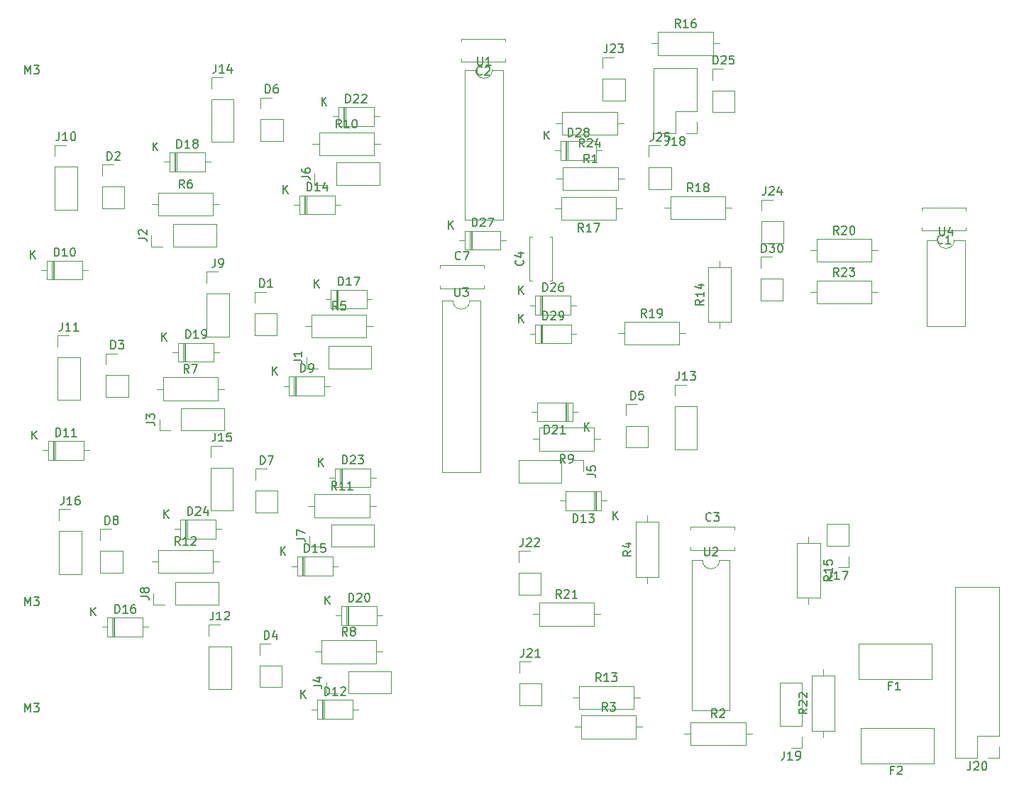
<source format=gbr>
%TF.GenerationSoftware,KiCad,Pcbnew,(6.0.0)*%
%TF.CreationDate,2022-02-13T17:17:33+01:00*%
%TF.ProjectId,SynthBaby8,53796e74-6842-4616-9279-382e6b696361,rev?*%
%TF.SameCoordinates,Original*%
%TF.FileFunction,Legend,Top*%
%TF.FilePolarity,Positive*%
%FSLAX46Y46*%
G04 Gerber Fmt 4.6, Leading zero omitted, Abs format (unit mm)*
G04 Created by KiCad (PCBNEW (6.0.0)) date 2022-02-13 17:17:33*
%MOMM*%
%LPD*%
G01*
G04 APERTURE LIST*
%ADD10C,0.150000*%
%ADD11C,0.120000*%
G04 APERTURE END LIST*
D10*
%TO.C,C2*%
X109591173Y-62298222D02*
X109543554Y-62345841D01*
X109400697Y-62393460D01*
X109305459Y-62393460D01*
X109162601Y-62345841D01*
X109067363Y-62250603D01*
X109019744Y-62155365D01*
X108972125Y-61964889D01*
X108972125Y-61822032D01*
X109019744Y-61631556D01*
X109067363Y-61536318D01*
X109162601Y-61441080D01*
X109305459Y-61393460D01*
X109400697Y-61393460D01*
X109543554Y-61441080D01*
X109591173Y-61488699D01*
X109972125Y-61488699D02*
X110019744Y-61441080D01*
X110114982Y-61393460D01*
X110353078Y-61393460D01*
X110448316Y-61441080D01*
X110495935Y-61488699D01*
X110543554Y-61583937D01*
X110543554Y-61679175D01*
X110495935Y-61822032D01*
X109924506Y-62393460D01*
X110543554Y-62393460D01*
%TO.C,D1*%
X83079364Y-87764060D02*
X83079364Y-86764060D01*
X83317460Y-86764060D01*
X83460317Y-86811680D01*
X83555555Y-86906918D01*
X83603174Y-87002156D01*
X83650793Y-87192632D01*
X83650793Y-87335489D01*
X83603174Y-87525965D01*
X83555555Y-87621203D01*
X83460317Y-87716441D01*
X83317460Y-87764060D01*
X83079364Y-87764060D01*
X84603174Y-87764060D02*
X84031745Y-87764060D01*
X84317460Y-87764060D02*
X84317460Y-86764060D01*
X84222221Y-86906918D01*
X84126983Y-87002156D01*
X84031745Y-87049775D01*
%TO.C,D2*%
X64870104Y-72579940D02*
X64870104Y-71579940D01*
X65108200Y-71579940D01*
X65251057Y-71627560D01*
X65346295Y-71722798D01*
X65393914Y-71818036D01*
X65441533Y-72008512D01*
X65441533Y-72151369D01*
X65393914Y-72341845D01*
X65346295Y-72437083D01*
X65251057Y-72532321D01*
X65108200Y-72579940D01*
X64870104Y-72579940D01*
X65822485Y-71675179D02*
X65870104Y-71627560D01*
X65965342Y-71579940D01*
X66203438Y-71579940D01*
X66298676Y-71627560D01*
X66346295Y-71675179D01*
X66393914Y-71770417D01*
X66393914Y-71865655D01*
X66346295Y-72008512D01*
X65774866Y-72579940D01*
X66393914Y-72579940D01*
%TO.C,D3*%
X65324764Y-95122440D02*
X65324764Y-94122440D01*
X65562860Y-94122440D01*
X65705717Y-94170060D01*
X65800955Y-94265298D01*
X65848574Y-94360536D01*
X65896193Y-94551012D01*
X65896193Y-94693869D01*
X65848574Y-94884345D01*
X65800955Y-94979583D01*
X65705717Y-95074821D01*
X65562860Y-95122440D01*
X65324764Y-95122440D01*
X66229526Y-94122440D02*
X66848574Y-94122440D01*
X66515240Y-94503393D01*
X66658098Y-94503393D01*
X66753336Y-94551012D01*
X66800955Y-94598631D01*
X66848574Y-94693869D01*
X66848574Y-94931964D01*
X66800955Y-95027202D01*
X66753336Y-95074821D01*
X66658098Y-95122440D01*
X66372383Y-95122440D01*
X66277145Y-95074821D01*
X66229526Y-95027202D01*
%TO.C,D4*%
X83645784Y-129790900D02*
X83645784Y-128790900D01*
X83883880Y-128790900D01*
X84026737Y-128838520D01*
X84121975Y-128933758D01*
X84169594Y-129028996D01*
X84217213Y-129219472D01*
X84217213Y-129362329D01*
X84169594Y-129552805D01*
X84121975Y-129648043D01*
X84026737Y-129743281D01*
X83883880Y-129790900D01*
X83645784Y-129790900D01*
X85074356Y-129124234D02*
X85074356Y-129790900D01*
X84836260Y-128743281D02*
X84598165Y-129457567D01*
X85217213Y-129457567D01*
%TO.C,D6*%
X83765164Y-64561160D02*
X83765164Y-63561160D01*
X84003260Y-63561160D01*
X84146117Y-63608780D01*
X84241355Y-63704018D01*
X84288974Y-63799256D01*
X84336593Y-63989732D01*
X84336593Y-64132589D01*
X84288974Y-64323065D01*
X84241355Y-64418303D01*
X84146117Y-64513541D01*
X84003260Y-64561160D01*
X83765164Y-64561160D01*
X85193736Y-63561160D02*
X85003260Y-63561160D01*
X84908021Y-63608780D01*
X84860402Y-63656399D01*
X84765164Y-63799256D01*
X84717545Y-63989732D01*
X84717545Y-64370684D01*
X84765164Y-64465922D01*
X84812783Y-64513541D01*
X84908021Y-64561160D01*
X85098498Y-64561160D01*
X85193736Y-64513541D01*
X85241355Y-64465922D01*
X85288974Y-64370684D01*
X85288974Y-64132589D01*
X85241355Y-64037351D01*
X85193736Y-63989732D01*
X85098498Y-63942113D01*
X84908021Y-63942113D01*
X84812783Y-63989732D01*
X84765164Y-64037351D01*
X84717545Y-64132589D01*
%TO.C,D7*%
X83147944Y-108894320D02*
X83147944Y-107894320D01*
X83386040Y-107894320D01*
X83528897Y-107941940D01*
X83624135Y-108037178D01*
X83671754Y-108132416D01*
X83719373Y-108322892D01*
X83719373Y-108465749D01*
X83671754Y-108656225D01*
X83624135Y-108751463D01*
X83528897Y-108846701D01*
X83386040Y-108894320D01*
X83147944Y-108894320D01*
X84052706Y-107894320D02*
X84719373Y-107894320D01*
X84290801Y-108894320D01*
%TO.C,D8*%
X64641504Y-116077440D02*
X64641504Y-115077440D01*
X64879600Y-115077440D01*
X65022457Y-115125060D01*
X65117695Y-115220298D01*
X65165314Y-115315536D01*
X65212933Y-115506012D01*
X65212933Y-115648869D01*
X65165314Y-115839345D01*
X65117695Y-115934583D01*
X65022457Y-116029821D01*
X64879600Y-116077440D01*
X64641504Y-116077440D01*
X65784361Y-115506012D02*
X65689123Y-115458393D01*
X65641504Y-115410774D01*
X65593885Y-115315536D01*
X65593885Y-115267917D01*
X65641504Y-115172679D01*
X65689123Y-115125060D01*
X65784361Y-115077440D01*
X65974838Y-115077440D01*
X66070076Y-115125060D01*
X66117695Y-115172679D01*
X66165314Y-115267917D01*
X66165314Y-115315536D01*
X66117695Y-115410774D01*
X66070076Y-115458393D01*
X65974838Y-115506012D01*
X65784361Y-115506012D01*
X65689123Y-115553631D01*
X65641504Y-115601250D01*
X65593885Y-115696488D01*
X65593885Y-115886964D01*
X65641504Y-115982202D01*
X65689123Y-116029821D01*
X65784361Y-116077440D01*
X65974838Y-116077440D01*
X66070076Y-116029821D01*
X66117695Y-115982202D01*
X66165314Y-115886964D01*
X66165314Y-115696488D01*
X66117695Y-115601250D01*
X66070076Y-115553631D01*
X65974838Y-115506012D01*
%TO.C,D9*%
X87956164Y-97905460D02*
X87956164Y-96905460D01*
X88194260Y-96905460D01*
X88337117Y-96953080D01*
X88432355Y-97048318D01*
X88479974Y-97143556D01*
X88527593Y-97334032D01*
X88527593Y-97476889D01*
X88479974Y-97667365D01*
X88432355Y-97762603D01*
X88337117Y-97857841D01*
X88194260Y-97905460D01*
X87956164Y-97905460D01*
X89003783Y-97905460D02*
X89194260Y-97905460D01*
X89289498Y-97857841D01*
X89337117Y-97810222D01*
X89432355Y-97667365D01*
X89479974Y-97476889D01*
X89479974Y-97095937D01*
X89432355Y-97000699D01*
X89384736Y-96953080D01*
X89289498Y-96905460D01*
X89099021Y-96905460D01*
X89003783Y-96953080D01*
X88956164Y-97000699D01*
X88908545Y-97095937D01*
X88908545Y-97334032D01*
X88956164Y-97429270D01*
X89003783Y-97476889D01*
X89099021Y-97524508D01*
X89289498Y-97524508D01*
X89384736Y-97476889D01*
X89432355Y-97429270D01*
X89479974Y-97334032D01*
X84622355Y-98225460D02*
X84622355Y-97225460D01*
X85193783Y-98225460D02*
X84765212Y-97654032D01*
X85193783Y-97225460D02*
X84622355Y-97796889D01*
%TO.C,D10*%
X58582394Y-84057380D02*
X58582394Y-83057380D01*
X58820489Y-83057380D01*
X58963346Y-83105000D01*
X59058584Y-83200238D01*
X59106203Y-83295476D01*
X59153822Y-83485952D01*
X59153822Y-83628809D01*
X59106203Y-83819285D01*
X59058584Y-83914523D01*
X58963346Y-84009761D01*
X58820489Y-84057380D01*
X58582394Y-84057380D01*
X60106203Y-84057380D02*
X59534775Y-84057380D01*
X59820489Y-84057380D02*
X59820489Y-83057380D01*
X59725251Y-83200238D01*
X59630013Y-83295476D01*
X59534775Y-83343095D01*
X60725251Y-83057380D02*
X60820489Y-83057380D01*
X60915727Y-83105000D01*
X60963346Y-83152619D01*
X61010965Y-83247857D01*
X61058584Y-83438333D01*
X61058584Y-83676428D01*
X61010965Y-83866904D01*
X60963346Y-83962142D01*
X60915727Y-84009761D01*
X60820489Y-84057380D01*
X60725251Y-84057380D01*
X60630013Y-84009761D01*
X60582394Y-83962142D01*
X60534775Y-83866904D01*
X60487156Y-83676428D01*
X60487156Y-83438333D01*
X60534775Y-83247857D01*
X60582394Y-83152619D01*
X60630013Y-83105000D01*
X60725251Y-83057380D01*
X55724775Y-84377380D02*
X55724775Y-83377380D01*
X56296203Y-84377380D02*
X55867632Y-83805952D01*
X56296203Y-83377380D02*
X55724775Y-83948809D01*
%TO.C,D11*%
X58739874Y-105576260D02*
X58739874Y-104576260D01*
X58977969Y-104576260D01*
X59120826Y-104623880D01*
X59216064Y-104719118D01*
X59263683Y-104814356D01*
X59311302Y-105004832D01*
X59311302Y-105147689D01*
X59263683Y-105338165D01*
X59216064Y-105433403D01*
X59120826Y-105528641D01*
X58977969Y-105576260D01*
X58739874Y-105576260D01*
X60263683Y-105576260D02*
X59692255Y-105576260D01*
X59977969Y-105576260D02*
X59977969Y-104576260D01*
X59882731Y-104719118D01*
X59787493Y-104814356D01*
X59692255Y-104861975D01*
X61216064Y-105576260D02*
X60644636Y-105576260D01*
X60930350Y-105576260D02*
X60930350Y-104576260D01*
X60835112Y-104719118D01*
X60739874Y-104814356D01*
X60644636Y-104861975D01*
X55882255Y-105896260D02*
X55882255Y-104896260D01*
X56453683Y-105896260D02*
X56025112Y-105324832D01*
X56453683Y-104896260D02*
X55882255Y-105467689D01*
%TO.C,D12*%
X90830234Y-136498220D02*
X90830234Y-135498220D01*
X91068329Y-135498220D01*
X91211186Y-135545840D01*
X91306424Y-135641078D01*
X91354043Y-135736316D01*
X91401662Y-135926792D01*
X91401662Y-136069649D01*
X91354043Y-136260125D01*
X91306424Y-136355363D01*
X91211186Y-136450601D01*
X91068329Y-136498220D01*
X90830234Y-136498220D01*
X92354043Y-136498220D02*
X91782615Y-136498220D01*
X92068329Y-136498220D02*
X92068329Y-135498220D01*
X91973091Y-135641078D01*
X91877853Y-135736316D01*
X91782615Y-135783935D01*
X92734996Y-135593459D02*
X92782615Y-135545840D01*
X92877853Y-135498220D01*
X93115948Y-135498220D01*
X93211186Y-135545840D01*
X93258805Y-135593459D01*
X93306424Y-135688697D01*
X93306424Y-135783935D01*
X93258805Y-135926792D01*
X92687377Y-136498220D01*
X93306424Y-136498220D01*
X87972615Y-136818220D02*
X87972615Y-135818220D01*
X88544043Y-136818220D02*
X88115472Y-136246792D01*
X88544043Y-135818220D02*
X87972615Y-136389649D01*
%TO.C,D14*%
X88711874Y-76251960D02*
X88711874Y-75251960D01*
X88949969Y-75251960D01*
X89092826Y-75299580D01*
X89188064Y-75394818D01*
X89235683Y-75490056D01*
X89283302Y-75680532D01*
X89283302Y-75823389D01*
X89235683Y-76013865D01*
X89188064Y-76109103D01*
X89092826Y-76204341D01*
X88949969Y-76251960D01*
X88711874Y-76251960D01*
X90235683Y-76251960D02*
X89664255Y-76251960D01*
X89949969Y-76251960D02*
X89949969Y-75251960D01*
X89854731Y-75394818D01*
X89759493Y-75490056D01*
X89664255Y-75537675D01*
X91092826Y-75585294D02*
X91092826Y-76251960D01*
X90854731Y-75204341D02*
X90616636Y-75918627D01*
X91235683Y-75918627D01*
X85854255Y-76571960D02*
X85854255Y-75571960D01*
X86425683Y-76571960D02*
X85997112Y-76000532D01*
X86425683Y-75571960D02*
X85854255Y-76143389D01*
%TO.C,D15*%
X88437554Y-119404020D02*
X88437554Y-118404020D01*
X88675649Y-118404020D01*
X88818506Y-118451640D01*
X88913744Y-118546878D01*
X88961363Y-118642116D01*
X89008982Y-118832592D01*
X89008982Y-118975449D01*
X88961363Y-119165925D01*
X88913744Y-119261163D01*
X88818506Y-119356401D01*
X88675649Y-119404020D01*
X88437554Y-119404020D01*
X89961363Y-119404020D02*
X89389935Y-119404020D01*
X89675649Y-119404020D02*
X89675649Y-118404020D01*
X89580411Y-118546878D01*
X89485173Y-118642116D01*
X89389935Y-118689735D01*
X90866125Y-118404020D02*
X90389935Y-118404020D01*
X90342316Y-118880211D01*
X90389935Y-118832592D01*
X90485173Y-118784973D01*
X90723268Y-118784973D01*
X90818506Y-118832592D01*
X90866125Y-118880211D01*
X90913744Y-118975449D01*
X90913744Y-119213544D01*
X90866125Y-119308782D01*
X90818506Y-119356401D01*
X90723268Y-119404020D01*
X90485173Y-119404020D01*
X90389935Y-119356401D01*
X90342316Y-119308782D01*
X85579935Y-119724020D02*
X85579935Y-118724020D01*
X86151363Y-119724020D02*
X85722792Y-119152592D01*
X86151363Y-118724020D02*
X85579935Y-119295449D01*
%TO.C,D16*%
X65795994Y-126663340D02*
X65795994Y-125663340D01*
X66034089Y-125663340D01*
X66176946Y-125710960D01*
X66272184Y-125806198D01*
X66319803Y-125901436D01*
X66367422Y-126091912D01*
X66367422Y-126234769D01*
X66319803Y-126425245D01*
X66272184Y-126520483D01*
X66176946Y-126615721D01*
X66034089Y-126663340D01*
X65795994Y-126663340D01*
X67319803Y-126663340D02*
X66748375Y-126663340D01*
X67034089Y-126663340D02*
X67034089Y-125663340D01*
X66938851Y-125806198D01*
X66843613Y-125901436D01*
X66748375Y-125949055D01*
X68176946Y-125663340D02*
X67986470Y-125663340D01*
X67891232Y-125710960D01*
X67843613Y-125758579D01*
X67748375Y-125901436D01*
X67700756Y-126091912D01*
X67700756Y-126472864D01*
X67748375Y-126568102D01*
X67795994Y-126615721D01*
X67891232Y-126663340D01*
X68081708Y-126663340D01*
X68176946Y-126615721D01*
X68224565Y-126568102D01*
X68272184Y-126472864D01*
X68272184Y-126234769D01*
X68224565Y-126139531D01*
X68176946Y-126091912D01*
X68081708Y-126044293D01*
X67891232Y-126044293D01*
X67795994Y-126091912D01*
X67748375Y-126139531D01*
X67700756Y-126234769D01*
X62938375Y-126983340D02*
X62938375Y-125983340D01*
X63509803Y-126983340D02*
X63081232Y-126411912D01*
X63509803Y-125983340D02*
X62938375Y-126554769D01*
%TO.C,D17*%
X92483774Y-87529560D02*
X92483774Y-86529560D01*
X92721869Y-86529560D01*
X92864726Y-86577180D01*
X92959964Y-86672418D01*
X93007583Y-86767656D01*
X93055202Y-86958132D01*
X93055202Y-87100989D01*
X93007583Y-87291465D01*
X92959964Y-87386703D01*
X92864726Y-87481941D01*
X92721869Y-87529560D01*
X92483774Y-87529560D01*
X94007583Y-87529560D02*
X93436155Y-87529560D01*
X93721869Y-87529560D02*
X93721869Y-86529560D01*
X93626631Y-86672418D01*
X93531393Y-86767656D01*
X93436155Y-86815275D01*
X94340917Y-86529560D02*
X95007583Y-86529560D01*
X94579012Y-87529560D01*
X89626155Y-87849560D02*
X89626155Y-86849560D01*
X90197583Y-87849560D02*
X89769012Y-87278132D01*
X90197583Y-86849560D02*
X89626155Y-87420989D01*
%TO.C,D18*%
X73207714Y-71123700D02*
X73207714Y-70123700D01*
X73445809Y-70123700D01*
X73588666Y-70171320D01*
X73683904Y-70266558D01*
X73731523Y-70361796D01*
X73779142Y-70552272D01*
X73779142Y-70695129D01*
X73731523Y-70885605D01*
X73683904Y-70980843D01*
X73588666Y-71076081D01*
X73445809Y-71123700D01*
X73207714Y-71123700D01*
X74731523Y-71123700D02*
X74160095Y-71123700D01*
X74445809Y-71123700D02*
X74445809Y-70123700D01*
X74350571Y-70266558D01*
X74255333Y-70361796D01*
X74160095Y-70409415D01*
X75302952Y-70552272D02*
X75207714Y-70504653D01*
X75160095Y-70457034D01*
X75112476Y-70361796D01*
X75112476Y-70314177D01*
X75160095Y-70218939D01*
X75207714Y-70171320D01*
X75302952Y-70123700D01*
X75493428Y-70123700D01*
X75588666Y-70171320D01*
X75636285Y-70218939D01*
X75683904Y-70314177D01*
X75683904Y-70361796D01*
X75636285Y-70457034D01*
X75588666Y-70504653D01*
X75493428Y-70552272D01*
X75302952Y-70552272D01*
X75207714Y-70599891D01*
X75160095Y-70647510D01*
X75112476Y-70742748D01*
X75112476Y-70933224D01*
X75160095Y-71028462D01*
X75207714Y-71076081D01*
X75302952Y-71123700D01*
X75493428Y-71123700D01*
X75588666Y-71076081D01*
X75636285Y-71028462D01*
X75683904Y-70933224D01*
X75683904Y-70742748D01*
X75636285Y-70647510D01*
X75588666Y-70599891D01*
X75493428Y-70552272D01*
X70350095Y-71443700D02*
X70350095Y-70443700D01*
X70921523Y-71443700D02*
X70492952Y-70872272D01*
X70921523Y-70443700D02*
X70350095Y-71015129D01*
%TO.C,D19*%
X74254194Y-93856700D02*
X74254194Y-92856700D01*
X74492289Y-92856700D01*
X74635146Y-92904320D01*
X74730384Y-92999558D01*
X74778003Y-93094796D01*
X74825622Y-93285272D01*
X74825622Y-93428129D01*
X74778003Y-93618605D01*
X74730384Y-93713843D01*
X74635146Y-93809081D01*
X74492289Y-93856700D01*
X74254194Y-93856700D01*
X75778003Y-93856700D02*
X75206575Y-93856700D01*
X75492289Y-93856700D02*
X75492289Y-92856700D01*
X75397051Y-92999558D01*
X75301813Y-93094796D01*
X75206575Y-93142415D01*
X76254194Y-93856700D02*
X76444670Y-93856700D01*
X76539908Y-93809081D01*
X76587527Y-93761462D01*
X76682765Y-93618605D01*
X76730384Y-93428129D01*
X76730384Y-93047177D01*
X76682765Y-92951939D01*
X76635146Y-92904320D01*
X76539908Y-92856700D01*
X76349432Y-92856700D01*
X76254194Y-92904320D01*
X76206575Y-92951939D01*
X76158956Y-93047177D01*
X76158956Y-93285272D01*
X76206575Y-93380510D01*
X76254194Y-93428129D01*
X76349432Y-93475748D01*
X76539908Y-93475748D01*
X76635146Y-93428129D01*
X76682765Y-93380510D01*
X76730384Y-93285272D01*
X71396575Y-94176700D02*
X71396575Y-93176700D01*
X71968003Y-94176700D02*
X71539432Y-93605272D01*
X71968003Y-93176700D02*
X71396575Y-93748129D01*
%TO.C,D20*%
X93720754Y-125306980D02*
X93720754Y-124306980D01*
X93958849Y-124306980D01*
X94101706Y-124354600D01*
X94196944Y-124449838D01*
X94244563Y-124545076D01*
X94292182Y-124735552D01*
X94292182Y-124878409D01*
X94244563Y-125068885D01*
X94196944Y-125164123D01*
X94101706Y-125259361D01*
X93958849Y-125306980D01*
X93720754Y-125306980D01*
X94673135Y-124402219D02*
X94720754Y-124354600D01*
X94815992Y-124306980D01*
X95054087Y-124306980D01*
X95149325Y-124354600D01*
X95196944Y-124402219D01*
X95244563Y-124497457D01*
X95244563Y-124592695D01*
X95196944Y-124735552D01*
X94625516Y-125306980D01*
X95244563Y-125306980D01*
X95863611Y-124306980D02*
X95958849Y-124306980D01*
X96054087Y-124354600D01*
X96101706Y-124402219D01*
X96149325Y-124497457D01*
X96196944Y-124687933D01*
X96196944Y-124926028D01*
X96149325Y-125116504D01*
X96101706Y-125211742D01*
X96054087Y-125259361D01*
X95958849Y-125306980D01*
X95863611Y-125306980D01*
X95768373Y-125259361D01*
X95720754Y-125211742D01*
X95673135Y-125116504D01*
X95625516Y-124926028D01*
X95625516Y-124687933D01*
X95673135Y-124497457D01*
X95720754Y-124402219D01*
X95768373Y-124354600D01*
X95863611Y-124306980D01*
X90863135Y-125626980D02*
X90863135Y-124626980D01*
X91434563Y-125626980D02*
X91005992Y-125055552D01*
X91434563Y-124626980D02*
X90863135Y-125198409D01*
%TO.C,D22*%
X93360074Y-65710960D02*
X93360074Y-64710960D01*
X93598169Y-64710960D01*
X93741026Y-64758580D01*
X93836264Y-64853818D01*
X93883883Y-64949056D01*
X93931502Y-65139532D01*
X93931502Y-65282389D01*
X93883883Y-65472865D01*
X93836264Y-65568103D01*
X93741026Y-65663341D01*
X93598169Y-65710960D01*
X93360074Y-65710960D01*
X94312455Y-64806199D02*
X94360074Y-64758580D01*
X94455312Y-64710960D01*
X94693407Y-64710960D01*
X94788645Y-64758580D01*
X94836264Y-64806199D01*
X94883883Y-64901437D01*
X94883883Y-64996675D01*
X94836264Y-65139532D01*
X94264836Y-65710960D01*
X94883883Y-65710960D01*
X95264836Y-64806199D02*
X95312455Y-64758580D01*
X95407693Y-64710960D01*
X95645788Y-64710960D01*
X95741026Y-64758580D01*
X95788645Y-64806199D01*
X95836264Y-64901437D01*
X95836264Y-64996675D01*
X95788645Y-65139532D01*
X95217217Y-65710960D01*
X95836264Y-65710960D01*
X90502455Y-66030960D02*
X90502455Y-65030960D01*
X91073883Y-66030960D02*
X90645312Y-65459532D01*
X91073883Y-65030960D02*
X90502455Y-65602389D01*
%TO.C,D23*%
X92958754Y-108850320D02*
X92958754Y-107850320D01*
X93196849Y-107850320D01*
X93339706Y-107897940D01*
X93434944Y-107993178D01*
X93482563Y-108088416D01*
X93530182Y-108278892D01*
X93530182Y-108421749D01*
X93482563Y-108612225D01*
X93434944Y-108707463D01*
X93339706Y-108802701D01*
X93196849Y-108850320D01*
X92958754Y-108850320D01*
X93911135Y-107945559D02*
X93958754Y-107897940D01*
X94053992Y-107850320D01*
X94292087Y-107850320D01*
X94387325Y-107897940D01*
X94434944Y-107945559D01*
X94482563Y-108040797D01*
X94482563Y-108136035D01*
X94434944Y-108278892D01*
X93863516Y-108850320D01*
X94482563Y-108850320D01*
X94815897Y-107850320D02*
X95434944Y-107850320D01*
X95101611Y-108231273D01*
X95244468Y-108231273D01*
X95339706Y-108278892D01*
X95387325Y-108326511D01*
X95434944Y-108421749D01*
X95434944Y-108659844D01*
X95387325Y-108755082D01*
X95339706Y-108802701D01*
X95244468Y-108850320D01*
X94958754Y-108850320D01*
X94863516Y-108802701D01*
X94815897Y-108755082D01*
X90101135Y-109170320D02*
X90101135Y-108170320D01*
X90672563Y-109170320D02*
X90243992Y-108598892D01*
X90672563Y-108170320D02*
X90101135Y-108741749D01*
%TO.C,D24*%
X74482794Y-114984420D02*
X74482794Y-113984420D01*
X74720889Y-113984420D01*
X74863746Y-114032040D01*
X74958984Y-114127278D01*
X75006603Y-114222516D01*
X75054222Y-114412992D01*
X75054222Y-114555849D01*
X75006603Y-114746325D01*
X74958984Y-114841563D01*
X74863746Y-114936801D01*
X74720889Y-114984420D01*
X74482794Y-114984420D01*
X75435175Y-114079659D02*
X75482794Y-114032040D01*
X75578032Y-113984420D01*
X75816127Y-113984420D01*
X75911365Y-114032040D01*
X75958984Y-114079659D01*
X76006603Y-114174897D01*
X76006603Y-114270135D01*
X75958984Y-114412992D01*
X75387556Y-114984420D01*
X76006603Y-114984420D01*
X76863746Y-114317754D02*
X76863746Y-114984420D01*
X76625651Y-113936801D02*
X76387556Y-114651087D01*
X77006603Y-114651087D01*
X71625175Y-115304420D02*
X71625175Y-114304420D01*
X72196603Y-115304420D02*
X71768032Y-114732992D01*
X72196603Y-114304420D02*
X71625175Y-114875849D01*
%TO.C,D27*%
X108452754Y-80501380D02*
X108452754Y-79501380D01*
X108690849Y-79501380D01*
X108833706Y-79549000D01*
X108928944Y-79644238D01*
X108976563Y-79739476D01*
X109024182Y-79929952D01*
X109024182Y-80072809D01*
X108976563Y-80263285D01*
X108928944Y-80358523D01*
X108833706Y-80453761D01*
X108690849Y-80501380D01*
X108452754Y-80501380D01*
X109405135Y-79596619D02*
X109452754Y-79549000D01*
X109547992Y-79501380D01*
X109786087Y-79501380D01*
X109881325Y-79549000D01*
X109928944Y-79596619D01*
X109976563Y-79691857D01*
X109976563Y-79787095D01*
X109928944Y-79929952D01*
X109357516Y-80501380D01*
X109976563Y-80501380D01*
X110309897Y-79501380D02*
X110976563Y-79501380D01*
X110547992Y-80501380D01*
X105595135Y-80821380D02*
X105595135Y-79821380D01*
X106166563Y-80821380D02*
X105737992Y-80249952D01*
X106166563Y-79821380D02*
X105595135Y-80392809D01*
%TO.C,J1*%
X87099340Y-96452013D02*
X87813626Y-96452013D01*
X87956483Y-96499632D01*
X88051721Y-96594870D01*
X88099340Y-96737727D01*
X88099340Y-96832965D01*
X88099340Y-95452013D02*
X88099340Y-96023441D01*
X88099340Y-95737727D02*
X87099340Y-95737727D01*
X87242198Y-95832965D01*
X87337436Y-95928203D01*
X87385055Y-96023441D01*
%TO.C,J2*%
X68610680Y-81902893D02*
X69324966Y-81902893D01*
X69467823Y-81950512D01*
X69563061Y-82045750D01*
X69610680Y-82188607D01*
X69610680Y-82283845D01*
X68705919Y-81474321D02*
X68658300Y-81426702D01*
X68610680Y-81331464D01*
X68610680Y-81093369D01*
X68658300Y-80998131D01*
X68705919Y-80950512D01*
X68801157Y-80902893D01*
X68896395Y-80902893D01*
X69039252Y-80950512D01*
X69610680Y-81521940D01*
X69610680Y-80902893D01*
%TO.C,J3*%
X69547940Y-103886593D02*
X70262226Y-103886593D01*
X70405083Y-103934212D01*
X70500321Y-104029450D01*
X70547940Y-104172307D01*
X70547940Y-104267545D01*
X69547940Y-103505640D02*
X69547940Y-102886593D01*
X69928893Y-103219926D01*
X69928893Y-103077069D01*
X69976512Y-102981831D01*
X70024131Y-102934212D01*
X70119369Y-102886593D01*
X70357464Y-102886593D01*
X70452702Y-102934212D01*
X70500321Y-102981831D01*
X70547940Y-103077069D01*
X70547940Y-103362783D01*
X70500321Y-103458021D01*
X70452702Y-103505640D01*
%TO.C,J4*%
X89481860Y-135303853D02*
X90196146Y-135303853D01*
X90339003Y-135351472D01*
X90434241Y-135446710D01*
X90481860Y-135589567D01*
X90481860Y-135684805D01*
X89815194Y-134399091D02*
X90481860Y-134399091D01*
X89434241Y-134637186D02*
X90148527Y-134875281D01*
X90148527Y-134256234D01*
%TO.C,J6*%
X88077240Y-74531813D02*
X88791526Y-74531813D01*
X88934383Y-74579432D01*
X89029621Y-74674670D01*
X89077240Y-74817527D01*
X89077240Y-74912765D01*
X88077240Y-73627051D02*
X88077240Y-73817527D01*
X88124860Y-73912765D01*
X88172479Y-73960384D01*
X88315336Y-74055622D01*
X88505812Y-74103241D01*
X88886764Y-74103241D01*
X88982002Y-74055622D01*
X89029621Y-74008003D01*
X89077240Y-73912765D01*
X89077240Y-73722289D01*
X89029621Y-73627051D01*
X88982002Y-73579432D01*
X88886764Y-73531813D01*
X88648669Y-73531813D01*
X88553431Y-73579432D01*
X88505812Y-73627051D01*
X88458193Y-73722289D01*
X88458193Y-73912765D01*
X88505812Y-74008003D01*
X88553431Y-74055622D01*
X88648669Y-74103241D01*
%TO.C,J7*%
X87460020Y-117760073D02*
X88174306Y-117760073D01*
X88317163Y-117807692D01*
X88412401Y-117902930D01*
X88460020Y-118045787D01*
X88460020Y-118141025D01*
X87460020Y-117379120D02*
X87460020Y-116712454D01*
X88460020Y-117141025D01*
%TO.C,J8*%
X68864680Y-124663793D02*
X69578966Y-124663793D01*
X69721823Y-124711412D01*
X69817061Y-124806650D01*
X69864680Y-124949507D01*
X69864680Y-125044745D01*
X69293252Y-124044745D02*
X69245633Y-124139983D01*
X69198014Y-124187602D01*
X69102776Y-124235221D01*
X69055157Y-124235221D01*
X68959919Y-124187602D01*
X68912300Y-124139983D01*
X68864680Y-124044745D01*
X68864680Y-123854269D01*
X68912300Y-123759031D01*
X68959919Y-123711412D01*
X69055157Y-123663793D01*
X69102776Y-123663793D01*
X69198014Y-123711412D01*
X69245633Y-123759031D01*
X69293252Y-123854269D01*
X69293252Y-124044745D01*
X69340871Y-124139983D01*
X69388490Y-124187602D01*
X69483728Y-124235221D01*
X69674204Y-124235221D01*
X69769442Y-124187602D01*
X69817061Y-124139983D01*
X69864680Y-124044745D01*
X69864680Y-123854269D01*
X69817061Y-123759031D01*
X69769442Y-123711412D01*
X69674204Y-123663793D01*
X69483728Y-123663793D01*
X69388490Y-123711412D01*
X69340871Y-123759031D01*
X69293252Y-123854269D01*
%TO.C,J9*%
X77756426Y-84376460D02*
X77756426Y-85090746D01*
X77708807Y-85233603D01*
X77613569Y-85328841D01*
X77470712Y-85376460D01*
X77375474Y-85376460D01*
X78280236Y-85376460D02*
X78470712Y-85376460D01*
X78565950Y-85328841D01*
X78613569Y-85281222D01*
X78708807Y-85138365D01*
X78756426Y-84947889D01*
X78756426Y-84566937D01*
X78708807Y-84471699D01*
X78661188Y-84424080D01*
X78565950Y-84376460D01*
X78375474Y-84376460D01*
X78280236Y-84424080D01*
X78232617Y-84471699D01*
X78184998Y-84566937D01*
X78184998Y-84805032D01*
X78232617Y-84900270D01*
X78280236Y-84947889D01*
X78375474Y-84995508D01*
X78565950Y-84995508D01*
X78661188Y-84947889D01*
X78708807Y-84900270D01*
X78756426Y-84805032D01*
%TO.C,J10*%
X59149716Y-69232980D02*
X59149716Y-69947266D01*
X59102097Y-70090123D01*
X59006859Y-70185361D01*
X58864001Y-70232980D01*
X58768763Y-70232980D01*
X60149716Y-70232980D02*
X59578287Y-70232980D01*
X59864001Y-70232980D02*
X59864001Y-69232980D01*
X59768763Y-69375838D01*
X59673525Y-69471076D01*
X59578287Y-69518695D01*
X60768763Y-69232980D02*
X60864001Y-69232980D01*
X60959240Y-69280600D01*
X61006859Y-69328219D01*
X61054478Y-69423457D01*
X61102097Y-69613933D01*
X61102097Y-69852028D01*
X61054478Y-70042504D01*
X61006859Y-70137742D01*
X60959240Y-70185361D01*
X60864001Y-70232980D01*
X60768763Y-70232980D01*
X60673525Y-70185361D01*
X60625906Y-70137742D01*
X60578287Y-70042504D01*
X60530668Y-69852028D01*
X60530668Y-69613933D01*
X60578287Y-69423457D01*
X60625906Y-69328219D01*
X60673525Y-69280600D01*
X60768763Y-69232980D01*
%TO.C,J11*%
X59500236Y-91955820D02*
X59500236Y-92670106D01*
X59452617Y-92812963D01*
X59357379Y-92908201D01*
X59214521Y-92955820D01*
X59119283Y-92955820D01*
X60500236Y-92955820D02*
X59928807Y-92955820D01*
X60214521Y-92955820D02*
X60214521Y-91955820D01*
X60119283Y-92098678D01*
X60024045Y-92193916D01*
X59928807Y-92241535D01*
X61452617Y-92955820D02*
X60881188Y-92955820D01*
X61166902Y-92955820D02*
X61166902Y-91955820D01*
X61071664Y-92098678D01*
X60976426Y-92193916D01*
X60881188Y-92241535D01*
%TO.C,J12*%
X77511376Y-126484580D02*
X77511376Y-127198866D01*
X77463757Y-127341723D01*
X77368519Y-127436961D01*
X77225661Y-127484580D01*
X77130423Y-127484580D01*
X78511376Y-127484580D02*
X77939947Y-127484580D01*
X78225661Y-127484580D02*
X78225661Y-126484580D01*
X78130423Y-126627438D01*
X78035185Y-126722676D01*
X77939947Y-126770295D01*
X78892328Y-126579819D02*
X78939947Y-126532200D01*
X79035185Y-126484580D01*
X79273280Y-126484580D01*
X79368519Y-126532200D01*
X79416138Y-126579819D01*
X79463757Y-126675057D01*
X79463757Y-126770295D01*
X79416138Y-126913152D01*
X78844709Y-127484580D01*
X79463757Y-127484580D01*
%TO.C,J14*%
X77839036Y-61135460D02*
X77839036Y-61849746D01*
X77791417Y-61992603D01*
X77696179Y-62087841D01*
X77553321Y-62135460D01*
X77458083Y-62135460D01*
X78839036Y-62135460D02*
X78267607Y-62135460D01*
X78553321Y-62135460D02*
X78553321Y-61135460D01*
X78458083Y-61278318D01*
X78362845Y-61373556D01*
X78267607Y-61421175D01*
X79696179Y-61468794D02*
X79696179Y-62135460D01*
X79458083Y-61087841D02*
X79219988Y-61802127D01*
X79839036Y-61802127D01*
%TO.C,J15*%
X77747596Y-105148580D02*
X77747596Y-105862866D01*
X77699977Y-106005723D01*
X77604739Y-106100961D01*
X77461881Y-106148580D01*
X77366643Y-106148580D01*
X78747596Y-106148580D02*
X78176167Y-106148580D01*
X78461881Y-106148580D02*
X78461881Y-105148580D01*
X78366643Y-105291438D01*
X78271405Y-105386676D01*
X78176167Y-105434295D01*
X79652358Y-105148580D02*
X79176167Y-105148580D01*
X79128548Y-105624771D01*
X79176167Y-105577152D01*
X79271405Y-105529533D01*
X79509500Y-105529533D01*
X79604739Y-105577152D01*
X79652358Y-105624771D01*
X79699977Y-105720009D01*
X79699977Y-105958104D01*
X79652358Y-106053342D01*
X79604739Y-106100961D01*
X79509500Y-106148580D01*
X79271405Y-106148580D01*
X79176167Y-106100961D01*
X79128548Y-106053342D01*
%TO.C,J16*%
X59672956Y-112733020D02*
X59672956Y-113447306D01*
X59625337Y-113590163D01*
X59530099Y-113685401D01*
X59387241Y-113733020D01*
X59292003Y-113733020D01*
X60672956Y-113733020D02*
X60101527Y-113733020D01*
X60387241Y-113733020D02*
X60387241Y-112733020D01*
X60292003Y-112875878D01*
X60196765Y-112971116D01*
X60101527Y-113018735D01*
X61530099Y-112733020D02*
X61339622Y-112733020D01*
X61244384Y-112780640D01*
X61196765Y-112828259D01*
X61101527Y-112971116D01*
X61053908Y-113161592D01*
X61053908Y-113542544D01*
X61101527Y-113637782D01*
X61149146Y-113685401D01*
X61244384Y-113733020D01*
X61434860Y-113733020D01*
X61530099Y-113685401D01*
X61577718Y-113637782D01*
X61625337Y-113542544D01*
X61625337Y-113304449D01*
X61577718Y-113209211D01*
X61530099Y-113161592D01*
X61434860Y-113113973D01*
X61244384Y-113113973D01*
X61149146Y-113161592D01*
X61101527Y-113209211D01*
X61053908Y-113304449D01*
%TO.C,J20*%
X167861716Y-144428780D02*
X167861716Y-145143066D01*
X167814097Y-145285923D01*
X167718859Y-145381161D01*
X167576001Y-145428780D01*
X167480763Y-145428780D01*
X168290287Y-144524019D02*
X168337906Y-144476400D01*
X168433144Y-144428780D01*
X168671240Y-144428780D01*
X168766478Y-144476400D01*
X168814097Y-144524019D01*
X168861716Y-144619257D01*
X168861716Y-144714495D01*
X168814097Y-144857352D01*
X168242668Y-145428780D01*
X168861716Y-145428780D01*
X169480763Y-144428780D02*
X169576001Y-144428780D01*
X169671240Y-144476400D01*
X169718859Y-144524019D01*
X169766478Y-144619257D01*
X169814097Y-144809733D01*
X169814097Y-145047828D01*
X169766478Y-145238304D01*
X169718859Y-145333542D01*
X169671240Y-145381161D01*
X169576001Y-145428780D01*
X169480763Y-145428780D01*
X169385525Y-145381161D01*
X169337906Y-145333542D01*
X169290287Y-145238304D01*
X169242668Y-145047828D01*
X169242668Y-144809733D01*
X169290287Y-144619257D01*
X169337906Y-144524019D01*
X169385525Y-144476400D01*
X169480763Y-144428780D01*
%TO.C,R5*%
X92375693Y-90467260D02*
X92042360Y-89991070D01*
X91804264Y-90467260D02*
X91804264Y-89467260D01*
X92185217Y-89467260D01*
X92280455Y-89514880D01*
X92328074Y-89562499D01*
X92375693Y-89657737D01*
X92375693Y-89800594D01*
X92328074Y-89895832D01*
X92280455Y-89943451D01*
X92185217Y-89991070D01*
X91804264Y-89991070D01*
X93280455Y-89467260D02*
X92804264Y-89467260D01*
X92756645Y-89943451D01*
X92804264Y-89895832D01*
X92899502Y-89848213D01*
X93137598Y-89848213D01*
X93232836Y-89895832D01*
X93280455Y-89943451D01*
X93328074Y-90038689D01*
X93328074Y-90276784D01*
X93280455Y-90372022D01*
X93232836Y-90419641D01*
X93137598Y-90467260D01*
X92899502Y-90467260D01*
X92804264Y-90419641D01*
X92756645Y-90372022D01*
%TO.C,R6*%
X74064833Y-75918140D02*
X73731500Y-75441950D01*
X73493404Y-75918140D02*
X73493404Y-74918140D01*
X73874357Y-74918140D01*
X73969595Y-74965760D01*
X74017214Y-75013379D01*
X74064833Y-75108617D01*
X74064833Y-75251474D01*
X74017214Y-75346712D01*
X73969595Y-75394331D01*
X73874357Y-75441950D01*
X73493404Y-75441950D01*
X74921976Y-74918140D02*
X74731500Y-74918140D01*
X74636261Y-74965760D01*
X74588642Y-75013379D01*
X74493404Y-75156236D01*
X74445785Y-75346712D01*
X74445785Y-75727664D01*
X74493404Y-75822902D01*
X74541023Y-75870521D01*
X74636261Y-75918140D01*
X74826738Y-75918140D01*
X74921976Y-75870521D01*
X74969595Y-75822902D01*
X75017214Y-75727664D01*
X75017214Y-75489569D01*
X74969595Y-75394331D01*
X74921976Y-75346712D01*
X74826738Y-75299093D01*
X74636261Y-75299093D01*
X74541023Y-75346712D01*
X74493404Y-75394331D01*
X74445785Y-75489569D01*
%TO.C,R7*%
X74633793Y-97990740D02*
X74300460Y-97514550D01*
X74062364Y-97990740D02*
X74062364Y-96990740D01*
X74443317Y-96990740D01*
X74538555Y-97038360D01*
X74586174Y-97085979D01*
X74633793Y-97181217D01*
X74633793Y-97324074D01*
X74586174Y-97419312D01*
X74538555Y-97466931D01*
X74443317Y-97514550D01*
X74062364Y-97514550D01*
X74967126Y-96990740D02*
X75633793Y-96990740D01*
X75205221Y-97990740D01*
%TO.C,R8*%
X93513613Y-129374980D02*
X93180280Y-128898790D01*
X92942184Y-129374980D02*
X92942184Y-128374980D01*
X93323137Y-128374980D01*
X93418375Y-128422600D01*
X93465994Y-128470219D01*
X93513613Y-128565457D01*
X93513613Y-128708314D01*
X93465994Y-128803552D01*
X93418375Y-128851171D01*
X93323137Y-128898790D01*
X92942184Y-128898790D01*
X94085041Y-128803552D02*
X93989803Y-128755933D01*
X93942184Y-128708314D01*
X93894565Y-128613076D01*
X93894565Y-128565457D01*
X93942184Y-128470219D01*
X93989803Y-128422600D01*
X94085041Y-128374980D01*
X94275518Y-128374980D01*
X94370756Y-128422600D01*
X94418375Y-128470219D01*
X94465994Y-128565457D01*
X94465994Y-128613076D01*
X94418375Y-128708314D01*
X94370756Y-128755933D01*
X94275518Y-128803552D01*
X94085041Y-128803552D01*
X93989803Y-128851171D01*
X93942184Y-128898790D01*
X93894565Y-128994028D01*
X93894565Y-129184504D01*
X93942184Y-129279742D01*
X93989803Y-129327361D01*
X94085041Y-129374980D01*
X94275518Y-129374980D01*
X94370756Y-129327361D01*
X94418375Y-129279742D01*
X94465994Y-129184504D01*
X94465994Y-128994028D01*
X94418375Y-128898790D01*
X94370756Y-128851171D01*
X94275518Y-128803552D01*
%TO.C,R10*%
X92775802Y-68724860D02*
X92442469Y-68248670D01*
X92204374Y-68724860D02*
X92204374Y-67724860D01*
X92585326Y-67724860D01*
X92680564Y-67772480D01*
X92728183Y-67820099D01*
X92775802Y-67915337D01*
X92775802Y-68058194D01*
X92728183Y-68153432D01*
X92680564Y-68201051D01*
X92585326Y-68248670D01*
X92204374Y-68248670D01*
X93728183Y-68724860D02*
X93156755Y-68724860D01*
X93442469Y-68724860D02*
X93442469Y-67724860D01*
X93347231Y-67867718D01*
X93251993Y-67962956D01*
X93156755Y-68010575D01*
X94347231Y-67724860D02*
X94442469Y-67724860D01*
X94537707Y-67772480D01*
X94585326Y-67820099D01*
X94632945Y-67915337D01*
X94680564Y-68105813D01*
X94680564Y-68343908D01*
X94632945Y-68534384D01*
X94585326Y-68629622D01*
X94537707Y-68677241D01*
X94442469Y-68724860D01*
X94347231Y-68724860D01*
X94251993Y-68677241D01*
X94204374Y-68629622D01*
X94156755Y-68534384D01*
X94109136Y-68343908D01*
X94109136Y-68105813D01*
X94156755Y-67915337D01*
X94204374Y-67820099D01*
X94251993Y-67772480D01*
X94347231Y-67724860D01*
%TO.C,R11*%
X92247482Y-111953120D02*
X91914149Y-111476930D01*
X91676054Y-111953120D02*
X91676054Y-110953120D01*
X92057006Y-110953120D01*
X92152244Y-111000740D01*
X92199863Y-111048359D01*
X92247482Y-111143597D01*
X92247482Y-111286454D01*
X92199863Y-111381692D01*
X92152244Y-111429311D01*
X92057006Y-111476930D01*
X91676054Y-111476930D01*
X93199863Y-111953120D02*
X92628435Y-111953120D01*
X92914149Y-111953120D02*
X92914149Y-110953120D01*
X92818911Y-111095978D01*
X92723673Y-111191216D01*
X92628435Y-111238835D01*
X94152244Y-111953120D02*
X93580816Y-111953120D01*
X93866530Y-111953120D02*
X93866530Y-110953120D01*
X93771292Y-111095978D01*
X93676054Y-111191216D01*
X93580816Y-111238835D01*
%TO.C,R12*%
X73563242Y-118577440D02*
X73229909Y-118101250D01*
X72991814Y-118577440D02*
X72991814Y-117577440D01*
X73372766Y-117577440D01*
X73468004Y-117625060D01*
X73515623Y-117672679D01*
X73563242Y-117767917D01*
X73563242Y-117910774D01*
X73515623Y-118006012D01*
X73468004Y-118053631D01*
X73372766Y-118101250D01*
X72991814Y-118101250D01*
X74515623Y-118577440D02*
X73944195Y-118577440D01*
X74229909Y-118577440D02*
X74229909Y-117577440D01*
X74134671Y-117720298D01*
X74039433Y-117815536D01*
X73944195Y-117863155D01*
X74896576Y-117672679D02*
X74944195Y-117625060D01*
X75039433Y-117577440D01*
X75277528Y-117577440D01*
X75372766Y-117625060D01*
X75420385Y-117672679D01*
X75468004Y-117767917D01*
X75468004Y-117863155D01*
X75420385Y-118006012D01*
X74848957Y-118577440D01*
X75468004Y-118577440D01*
%TO.C,U1*%
X109062615Y-60254080D02*
X109062615Y-61063604D01*
X109110234Y-61158842D01*
X109157853Y-61206461D01*
X109253091Y-61254080D01*
X109443567Y-61254080D01*
X109538805Y-61206461D01*
X109586424Y-61158842D01*
X109634043Y-61063604D01*
X109634043Y-60254080D01*
X110634043Y-61254080D02*
X110062615Y-61254080D01*
X110348329Y-61254080D02*
X110348329Y-60254080D01*
X110253091Y-60396938D01*
X110157853Y-60492176D01*
X110062615Y-60539795D01*
%TO.C,U3*%
X106360055Y-87830860D02*
X106360055Y-88640384D01*
X106407674Y-88735622D01*
X106455293Y-88783241D01*
X106550531Y-88830860D01*
X106741007Y-88830860D01*
X106836245Y-88783241D01*
X106883864Y-88735622D01*
X106931483Y-88640384D01*
X106931483Y-87830860D01*
X107312436Y-87830860D02*
X107931483Y-87830860D01*
X107598150Y-88211813D01*
X107741007Y-88211813D01*
X107836245Y-88259432D01*
X107883864Y-88307051D01*
X107931483Y-88402289D01*
X107931483Y-88640384D01*
X107883864Y-88735622D01*
X107836245Y-88783241D01*
X107741007Y-88830860D01*
X107455293Y-88830860D01*
X107360055Y-88783241D01*
X107312436Y-88735622D01*
%TO.C,C7*%
X107029593Y-84387322D02*
X106981974Y-84434941D01*
X106839117Y-84482560D01*
X106743879Y-84482560D01*
X106601021Y-84434941D01*
X106505783Y-84339703D01*
X106458164Y-84244465D01*
X106410545Y-84053989D01*
X106410545Y-83911132D01*
X106458164Y-83720656D01*
X106505783Y-83625418D01*
X106601021Y-83530180D01*
X106743879Y-83482560D01*
X106839117Y-83482560D01*
X106981974Y-83530180D01*
X107029593Y-83577799D01*
X107362926Y-83482560D02*
X108029593Y-83482560D01*
X107601021Y-84482560D01*
%TO.C,C1*%
X164556773Y-82470902D02*
X164509154Y-82518521D01*
X164366297Y-82566140D01*
X164271059Y-82566140D01*
X164128201Y-82518521D01*
X164032963Y-82423283D01*
X163985344Y-82328045D01*
X163937725Y-82137569D01*
X163937725Y-81994712D01*
X163985344Y-81804236D01*
X164032963Y-81708998D01*
X164128201Y-81613760D01*
X164271059Y-81566140D01*
X164366297Y-81566140D01*
X164509154Y-81613760D01*
X164556773Y-81661379D01*
X165509154Y-82566140D02*
X164937725Y-82566140D01*
X165223440Y-82566140D02*
X165223440Y-81566140D01*
X165128201Y-81708998D01*
X165032963Y-81804236D01*
X164937725Y-81851855D01*
%TO.C,D29*%
X116870314Y-91646900D02*
X116870314Y-90646900D01*
X117108409Y-90646900D01*
X117251266Y-90694520D01*
X117346504Y-90789758D01*
X117394123Y-90884996D01*
X117441742Y-91075472D01*
X117441742Y-91218329D01*
X117394123Y-91408805D01*
X117346504Y-91504043D01*
X117251266Y-91599281D01*
X117108409Y-91646900D01*
X116870314Y-91646900D01*
X117822695Y-90742139D02*
X117870314Y-90694520D01*
X117965552Y-90646900D01*
X118203647Y-90646900D01*
X118298885Y-90694520D01*
X118346504Y-90742139D01*
X118394123Y-90837377D01*
X118394123Y-90932615D01*
X118346504Y-91075472D01*
X117775076Y-91646900D01*
X118394123Y-91646900D01*
X118870314Y-91646900D02*
X119060790Y-91646900D01*
X119156028Y-91599281D01*
X119203647Y-91551662D01*
X119298885Y-91408805D01*
X119346504Y-91218329D01*
X119346504Y-90837377D01*
X119298885Y-90742139D01*
X119251266Y-90694520D01*
X119156028Y-90646900D01*
X118965552Y-90646900D01*
X118870314Y-90694520D01*
X118822695Y-90742139D01*
X118775076Y-90837377D01*
X118775076Y-91075472D01*
X118822695Y-91170710D01*
X118870314Y-91218329D01*
X118965552Y-91265948D01*
X119156028Y-91265948D01*
X119251266Y-91218329D01*
X119298885Y-91170710D01*
X119346504Y-91075472D01*
X114012695Y-91966900D02*
X114012695Y-90966900D01*
X114584123Y-91966900D02*
X114155552Y-91395472D01*
X114584123Y-90966900D02*
X114012695Y-91538329D01*
%TO.C,D30*%
X142971354Y-83598460D02*
X142971354Y-82598460D01*
X143209449Y-82598460D01*
X143352306Y-82646080D01*
X143447544Y-82741318D01*
X143495163Y-82836556D01*
X143542782Y-83027032D01*
X143542782Y-83169889D01*
X143495163Y-83360365D01*
X143447544Y-83455603D01*
X143352306Y-83550841D01*
X143209449Y-83598460D01*
X142971354Y-83598460D01*
X143876116Y-82598460D02*
X144495163Y-82598460D01*
X144161830Y-82979413D01*
X144304687Y-82979413D01*
X144399925Y-83027032D01*
X144447544Y-83074651D01*
X144495163Y-83169889D01*
X144495163Y-83407984D01*
X144447544Y-83503222D01*
X144399925Y-83550841D01*
X144304687Y-83598460D01*
X144018973Y-83598460D01*
X143923735Y-83550841D01*
X143876116Y-83503222D01*
X145114211Y-82598460D02*
X145209449Y-82598460D01*
X145304687Y-82646080D01*
X145352306Y-82693699D01*
X145399925Y-82788937D01*
X145447544Y-82979413D01*
X145447544Y-83217508D01*
X145399925Y-83407984D01*
X145352306Y-83503222D01*
X145304687Y-83550841D01*
X145209449Y-83598460D01*
X145114211Y-83598460D01*
X145018973Y-83550841D01*
X144971354Y-83503222D01*
X144923735Y-83407984D01*
X144876116Y-83217508D01*
X144876116Y-82979413D01*
X144923735Y-82788937D01*
X144971354Y-82693699D01*
X145018973Y-82646080D01*
X145114211Y-82598460D01*
%TO.C,J17*%
X151229796Y-121660220D02*
X151229796Y-122374506D01*
X151182177Y-122517363D01*
X151086939Y-122612601D01*
X150944081Y-122660220D01*
X150848843Y-122660220D01*
X152229796Y-122660220D02*
X151658367Y-122660220D01*
X151944081Y-122660220D02*
X151944081Y-121660220D01*
X151848843Y-121803078D01*
X151753605Y-121898316D01*
X151658367Y-121945935D01*
X152563129Y-121660220D02*
X153229796Y-121660220D01*
X152801224Y-122660220D01*
%TO.C,R14*%
X136045020Y-89263457D02*
X135568830Y-89596790D01*
X136045020Y-89834885D02*
X135045020Y-89834885D01*
X135045020Y-89453933D01*
X135092640Y-89358695D01*
X135140259Y-89311076D01*
X135235497Y-89263457D01*
X135378354Y-89263457D01*
X135473592Y-89311076D01*
X135521211Y-89358695D01*
X135568830Y-89453933D01*
X135568830Y-89834885D01*
X136045020Y-88311076D02*
X136045020Y-88882504D01*
X136045020Y-88596790D02*
X135045020Y-88596790D01*
X135187878Y-88692028D01*
X135283116Y-88787266D01*
X135330735Y-88882504D01*
X135378354Y-87453933D02*
X136045020Y-87453933D01*
X134997401Y-87692028D02*
X135711687Y-87930123D01*
X135711687Y-87311076D01*
%TO.C,R15*%
X151376820Y-122232657D02*
X150900630Y-122565990D01*
X151376820Y-122804085D02*
X150376820Y-122804085D01*
X150376820Y-122423133D01*
X150424440Y-122327895D01*
X150472059Y-122280276D01*
X150567297Y-122232657D01*
X150710154Y-122232657D01*
X150805392Y-122280276D01*
X150853011Y-122327895D01*
X150900630Y-122423133D01*
X150900630Y-122804085D01*
X151376820Y-121280276D02*
X151376820Y-121851704D01*
X151376820Y-121565990D02*
X150376820Y-121565990D01*
X150519678Y-121661228D01*
X150614916Y-121756466D01*
X150662535Y-121851704D01*
X150376820Y-120375514D02*
X150376820Y-120851704D01*
X150853011Y-120899323D01*
X150805392Y-120851704D01*
X150757773Y-120756466D01*
X150757773Y-120518371D01*
X150805392Y-120423133D01*
X150853011Y-120375514D01*
X150948249Y-120327895D01*
X151186344Y-120327895D01*
X151281582Y-120375514D01*
X151329201Y-120423133D01*
X151376820Y-120518371D01*
X151376820Y-120756466D01*
X151329201Y-120851704D01*
X151281582Y-120899323D01*
%TO.C,R19*%
X129186702Y-91346100D02*
X128853369Y-90869910D01*
X128615274Y-91346100D02*
X128615274Y-90346100D01*
X128996226Y-90346100D01*
X129091464Y-90393720D01*
X129139083Y-90441339D01*
X129186702Y-90536577D01*
X129186702Y-90679434D01*
X129139083Y-90774672D01*
X129091464Y-90822291D01*
X128996226Y-90869910D01*
X128615274Y-90869910D01*
X130139083Y-91346100D02*
X129567655Y-91346100D01*
X129853369Y-91346100D02*
X129853369Y-90346100D01*
X129758131Y-90488958D01*
X129662893Y-90584196D01*
X129567655Y-90631815D01*
X130615274Y-91346100D02*
X130805750Y-91346100D01*
X130900988Y-91298481D01*
X130948607Y-91250862D01*
X131043845Y-91108005D01*
X131091464Y-90917529D01*
X131091464Y-90536577D01*
X131043845Y-90441339D01*
X130996226Y-90393720D01*
X130900988Y-90346100D01*
X130710512Y-90346100D01*
X130615274Y-90393720D01*
X130567655Y-90441339D01*
X130520036Y-90536577D01*
X130520036Y-90774672D01*
X130567655Y-90869910D01*
X130615274Y-90917529D01*
X130710512Y-90965148D01*
X130900988Y-90965148D01*
X130996226Y-90917529D01*
X131043845Y-90869910D01*
X131091464Y-90774672D01*
%TO.C,R20*%
X152143222Y-81450260D02*
X151809889Y-80974070D01*
X151571794Y-81450260D02*
X151571794Y-80450260D01*
X151952746Y-80450260D01*
X152047984Y-80497880D01*
X152095603Y-80545499D01*
X152143222Y-80640737D01*
X152143222Y-80783594D01*
X152095603Y-80878832D01*
X152047984Y-80926451D01*
X151952746Y-80974070D01*
X151571794Y-80974070D01*
X152524175Y-80545499D02*
X152571794Y-80497880D01*
X152667032Y-80450260D01*
X152905127Y-80450260D01*
X153000365Y-80497880D01*
X153047984Y-80545499D01*
X153095603Y-80640737D01*
X153095603Y-80735975D01*
X153047984Y-80878832D01*
X152476556Y-81450260D01*
X153095603Y-81450260D01*
X153714651Y-80450260D02*
X153809889Y-80450260D01*
X153905127Y-80497880D01*
X153952746Y-80545499D01*
X154000365Y-80640737D01*
X154047984Y-80831213D01*
X154047984Y-81069308D01*
X154000365Y-81259784D01*
X153952746Y-81355022D01*
X153905127Y-81402641D01*
X153809889Y-81450260D01*
X153714651Y-81450260D01*
X153619413Y-81402641D01*
X153571794Y-81355022D01*
X153524175Y-81259784D01*
X153476556Y-81069308D01*
X153476556Y-80831213D01*
X153524175Y-80640737D01*
X153571794Y-80545499D01*
X153619413Y-80497880D01*
X153714651Y-80450260D01*
%TO.C,R21*%
X119036862Y-124889340D02*
X118703529Y-124413150D01*
X118465434Y-124889340D02*
X118465434Y-123889340D01*
X118846386Y-123889340D01*
X118941624Y-123936960D01*
X118989243Y-123984579D01*
X119036862Y-124079817D01*
X119036862Y-124222674D01*
X118989243Y-124317912D01*
X118941624Y-124365531D01*
X118846386Y-124413150D01*
X118465434Y-124413150D01*
X119417815Y-123984579D02*
X119465434Y-123936960D01*
X119560672Y-123889340D01*
X119798767Y-123889340D01*
X119894005Y-123936960D01*
X119941624Y-123984579D01*
X119989243Y-124079817D01*
X119989243Y-124175055D01*
X119941624Y-124317912D01*
X119370196Y-124889340D01*
X119989243Y-124889340D01*
X120941624Y-124889340D02*
X120370196Y-124889340D01*
X120655910Y-124889340D02*
X120655910Y-123889340D01*
X120560672Y-124032198D01*
X120465434Y-124127436D01*
X120370196Y-124175055D01*
%TO.C,R22*%
X148384340Y-138087337D02*
X147908150Y-138420670D01*
X148384340Y-138658765D02*
X147384340Y-138658765D01*
X147384340Y-138277813D01*
X147431960Y-138182575D01*
X147479579Y-138134956D01*
X147574817Y-138087337D01*
X147717674Y-138087337D01*
X147812912Y-138134956D01*
X147860531Y-138182575D01*
X147908150Y-138277813D01*
X147908150Y-138658765D01*
X147479579Y-137706384D02*
X147431960Y-137658765D01*
X147384340Y-137563527D01*
X147384340Y-137325432D01*
X147431960Y-137230194D01*
X147479579Y-137182575D01*
X147574817Y-137134956D01*
X147670055Y-137134956D01*
X147812912Y-137182575D01*
X148384340Y-137754003D01*
X148384340Y-137134956D01*
X147479579Y-136754003D02*
X147431960Y-136706384D01*
X147384340Y-136611146D01*
X147384340Y-136373051D01*
X147431960Y-136277813D01*
X147479579Y-136230194D01*
X147574817Y-136182575D01*
X147670055Y-136182575D01*
X147812912Y-136230194D01*
X148384340Y-136801622D01*
X148384340Y-136182575D01*
%TO.C,R23*%
X152143222Y-86438820D02*
X151809889Y-85962630D01*
X151571794Y-86438820D02*
X151571794Y-85438820D01*
X151952746Y-85438820D01*
X152047984Y-85486440D01*
X152095603Y-85534059D01*
X152143222Y-85629297D01*
X152143222Y-85772154D01*
X152095603Y-85867392D01*
X152047984Y-85915011D01*
X151952746Y-85962630D01*
X151571794Y-85962630D01*
X152524175Y-85534059D02*
X152571794Y-85486440D01*
X152667032Y-85438820D01*
X152905127Y-85438820D01*
X153000365Y-85486440D01*
X153047984Y-85534059D01*
X153095603Y-85629297D01*
X153095603Y-85724535D01*
X153047984Y-85867392D01*
X152476556Y-86438820D01*
X153095603Y-86438820D01*
X153428937Y-85438820D02*
X154047984Y-85438820D01*
X153714651Y-85819773D01*
X153857508Y-85819773D01*
X153952746Y-85867392D01*
X154000365Y-85915011D01*
X154047984Y-86010249D01*
X154047984Y-86248344D01*
X154000365Y-86343582D01*
X153952746Y-86391201D01*
X153857508Y-86438820D01*
X153571794Y-86438820D01*
X153476556Y-86391201D01*
X153428937Y-86343582D01*
%TO.C,R24*%
X121800382Y-71021380D02*
X121467049Y-70545190D01*
X121228954Y-71021380D02*
X121228954Y-70021380D01*
X121609906Y-70021380D01*
X121705144Y-70069000D01*
X121752763Y-70116619D01*
X121800382Y-70211857D01*
X121800382Y-70354714D01*
X121752763Y-70449952D01*
X121705144Y-70497571D01*
X121609906Y-70545190D01*
X121228954Y-70545190D01*
X122181335Y-70116619D02*
X122228954Y-70069000D01*
X122324192Y-70021380D01*
X122562287Y-70021380D01*
X122657525Y-70069000D01*
X122705144Y-70116619D01*
X122752763Y-70211857D01*
X122752763Y-70307095D01*
X122705144Y-70449952D01*
X122133716Y-71021380D01*
X122752763Y-71021380D01*
X123609906Y-70354714D02*
X123609906Y-71021380D01*
X123371811Y-69973761D02*
X123133716Y-70688047D01*
X123752763Y-70688047D01*
%TO.C,U4*%
X164190775Y-80571540D02*
X164190775Y-81381064D01*
X164238394Y-81476302D01*
X164286013Y-81523921D01*
X164381251Y-81571540D01*
X164571727Y-81571540D01*
X164666965Y-81523921D01*
X164714584Y-81476302D01*
X164762203Y-81381064D01*
X164762203Y-80571540D01*
X165666965Y-80904874D02*
X165666965Y-81571540D01*
X165428870Y-80523921D02*
X165190775Y-81238207D01*
X165809822Y-81238207D01*
%TO.C,C3*%
X136922853Y-115601382D02*
X136875234Y-115649001D01*
X136732377Y-115696620D01*
X136637139Y-115696620D01*
X136494281Y-115649001D01*
X136399043Y-115553763D01*
X136351424Y-115458525D01*
X136303805Y-115268049D01*
X136303805Y-115125192D01*
X136351424Y-114934716D01*
X136399043Y-114839478D01*
X136494281Y-114744240D01*
X136637139Y-114696620D01*
X136732377Y-114696620D01*
X136875234Y-114744240D01*
X136922853Y-114791859D01*
X137256186Y-114696620D02*
X137875234Y-114696620D01*
X137541900Y-115077573D01*
X137684758Y-115077573D01*
X137779996Y-115125192D01*
X137827615Y-115172811D01*
X137875234Y-115268049D01*
X137875234Y-115506144D01*
X137827615Y-115601382D01*
X137779996Y-115649001D01*
X137684758Y-115696620D01*
X137399043Y-115696620D01*
X137303805Y-115649001D01*
X137256186Y-115601382D01*
%TO.C,C4*%
X114463462Y-84539746D02*
X114511081Y-84587365D01*
X114558700Y-84730222D01*
X114558700Y-84825460D01*
X114511081Y-84968318D01*
X114415843Y-85063556D01*
X114320605Y-85111175D01*
X114130129Y-85158794D01*
X113987272Y-85158794D01*
X113796796Y-85111175D01*
X113701558Y-85063556D01*
X113606320Y-84968318D01*
X113558700Y-84825460D01*
X113558700Y-84730222D01*
X113606320Y-84587365D01*
X113653939Y-84539746D01*
X113892034Y-83682603D02*
X114558700Y-83682603D01*
X113511081Y-83920699D02*
X114225367Y-84158794D01*
X114225367Y-83539746D01*
%TO.C,D5*%
X127349024Y-101170180D02*
X127349024Y-100170180D01*
X127587120Y-100170180D01*
X127729977Y-100217800D01*
X127825215Y-100313038D01*
X127872834Y-100408276D01*
X127920453Y-100598752D01*
X127920453Y-100741609D01*
X127872834Y-100932085D01*
X127825215Y-101027323D01*
X127729977Y-101122561D01*
X127587120Y-101170180D01*
X127349024Y-101170180D01*
X128825215Y-100170180D02*
X128349024Y-100170180D01*
X128301405Y-100646371D01*
X128349024Y-100598752D01*
X128444262Y-100551133D01*
X128682358Y-100551133D01*
X128777596Y-100598752D01*
X128825215Y-100646371D01*
X128872834Y-100741609D01*
X128872834Y-100979704D01*
X128825215Y-101074942D01*
X128777596Y-101122561D01*
X128682358Y-101170180D01*
X128444262Y-101170180D01*
X128349024Y-101122561D01*
X128301405Y-101074942D01*
%TO.C,D13*%
X120472034Y-115841140D02*
X120472034Y-114841140D01*
X120710129Y-114841140D01*
X120852986Y-114888760D01*
X120948224Y-114983998D01*
X120995843Y-115079236D01*
X121043462Y-115269712D01*
X121043462Y-115412569D01*
X120995843Y-115603045D01*
X120948224Y-115698283D01*
X120852986Y-115793521D01*
X120710129Y-115841140D01*
X120472034Y-115841140D01*
X121995843Y-115841140D02*
X121424415Y-115841140D01*
X121710129Y-115841140D02*
X121710129Y-114841140D01*
X121614891Y-114983998D01*
X121519653Y-115079236D01*
X121424415Y-115126855D01*
X122329177Y-114841140D02*
X122948224Y-114841140D01*
X122614891Y-115222093D01*
X122757748Y-115222093D01*
X122852986Y-115269712D01*
X122900605Y-115317331D01*
X122948224Y-115412569D01*
X122948224Y-115650664D01*
X122900605Y-115745902D01*
X122852986Y-115793521D01*
X122757748Y-115841140D01*
X122472034Y-115841140D01*
X122376796Y-115793521D01*
X122329177Y-115745902D01*
X125234415Y-115521140D02*
X125234415Y-114521140D01*
X125805843Y-115521140D02*
X125377272Y-114949712D01*
X125805843Y-114521140D02*
X125234415Y-115092569D01*
%TO.C,D21*%
X117053194Y-105229020D02*
X117053194Y-104229020D01*
X117291289Y-104229020D01*
X117434146Y-104276640D01*
X117529384Y-104371878D01*
X117577003Y-104467116D01*
X117624622Y-104657592D01*
X117624622Y-104800449D01*
X117577003Y-104990925D01*
X117529384Y-105086163D01*
X117434146Y-105181401D01*
X117291289Y-105229020D01*
X117053194Y-105229020D01*
X118005575Y-104324259D02*
X118053194Y-104276640D01*
X118148432Y-104229020D01*
X118386527Y-104229020D01*
X118481765Y-104276640D01*
X118529384Y-104324259D01*
X118577003Y-104419497D01*
X118577003Y-104514735D01*
X118529384Y-104657592D01*
X117957956Y-105229020D01*
X118577003Y-105229020D01*
X119529384Y-105229020D02*
X118957956Y-105229020D01*
X119243670Y-105229020D02*
X119243670Y-104229020D01*
X119148432Y-104371878D01*
X119053194Y-104467116D01*
X118957956Y-104514735D01*
X121815575Y-104909020D02*
X121815575Y-103909020D01*
X122387003Y-104909020D02*
X121958432Y-104337592D01*
X122387003Y-103909020D02*
X121815575Y-104480449D01*
%TO.C,D25*%
X137185234Y-61114380D02*
X137185234Y-60114380D01*
X137423329Y-60114380D01*
X137566186Y-60162000D01*
X137661424Y-60257238D01*
X137709043Y-60352476D01*
X137756662Y-60542952D01*
X137756662Y-60685809D01*
X137709043Y-60876285D01*
X137661424Y-60971523D01*
X137566186Y-61066761D01*
X137423329Y-61114380D01*
X137185234Y-61114380D01*
X138137615Y-60209619D02*
X138185234Y-60162000D01*
X138280472Y-60114380D01*
X138518567Y-60114380D01*
X138613805Y-60162000D01*
X138661424Y-60209619D01*
X138709043Y-60304857D01*
X138709043Y-60400095D01*
X138661424Y-60542952D01*
X138089996Y-61114380D01*
X138709043Y-61114380D01*
X139613805Y-60114380D02*
X139137615Y-60114380D01*
X139089996Y-60590571D01*
X139137615Y-60542952D01*
X139232853Y-60495333D01*
X139470948Y-60495333D01*
X139566186Y-60542952D01*
X139613805Y-60590571D01*
X139661424Y-60685809D01*
X139661424Y-60923904D01*
X139613805Y-61019142D01*
X139566186Y-61066761D01*
X139470948Y-61114380D01*
X139232853Y-61114380D01*
X139137615Y-61066761D01*
X139089996Y-61019142D01*
%TO.C,D26*%
X116849994Y-88238220D02*
X116849994Y-87238220D01*
X117088089Y-87238220D01*
X117230946Y-87285840D01*
X117326184Y-87381078D01*
X117373803Y-87476316D01*
X117421422Y-87666792D01*
X117421422Y-87809649D01*
X117373803Y-88000125D01*
X117326184Y-88095363D01*
X117230946Y-88190601D01*
X117088089Y-88238220D01*
X116849994Y-88238220D01*
X117802375Y-87333459D02*
X117849994Y-87285840D01*
X117945232Y-87238220D01*
X118183327Y-87238220D01*
X118278565Y-87285840D01*
X118326184Y-87333459D01*
X118373803Y-87428697D01*
X118373803Y-87523935D01*
X118326184Y-87666792D01*
X117754756Y-88238220D01*
X118373803Y-88238220D01*
X119230946Y-87238220D02*
X119040470Y-87238220D01*
X118945232Y-87285840D01*
X118897613Y-87333459D01*
X118802375Y-87476316D01*
X118754756Y-87666792D01*
X118754756Y-88047744D01*
X118802375Y-88142982D01*
X118849994Y-88190601D01*
X118945232Y-88238220D01*
X119135708Y-88238220D01*
X119230946Y-88190601D01*
X119278565Y-88142982D01*
X119326184Y-88047744D01*
X119326184Y-87809649D01*
X119278565Y-87714411D01*
X119230946Y-87666792D01*
X119135708Y-87619173D01*
X118945232Y-87619173D01*
X118849994Y-87666792D01*
X118802375Y-87714411D01*
X118754756Y-87809649D01*
X113992375Y-88558220D02*
X113992375Y-87558220D01*
X114563803Y-88558220D02*
X114135232Y-87986792D01*
X114563803Y-87558220D02*
X113992375Y-88129649D01*
%TO.C,D28*%
X119877674Y-69762260D02*
X119877674Y-68762260D01*
X120115769Y-68762260D01*
X120258626Y-68809880D01*
X120353864Y-68905118D01*
X120401483Y-69000356D01*
X120449102Y-69190832D01*
X120449102Y-69333689D01*
X120401483Y-69524165D01*
X120353864Y-69619403D01*
X120258626Y-69714641D01*
X120115769Y-69762260D01*
X119877674Y-69762260D01*
X120830055Y-68857499D02*
X120877674Y-68809880D01*
X120972912Y-68762260D01*
X121211007Y-68762260D01*
X121306245Y-68809880D01*
X121353864Y-68857499D01*
X121401483Y-68952737D01*
X121401483Y-69047975D01*
X121353864Y-69190832D01*
X120782436Y-69762260D01*
X121401483Y-69762260D01*
X121972912Y-69190832D02*
X121877674Y-69143213D01*
X121830055Y-69095594D01*
X121782436Y-69000356D01*
X121782436Y-68952737D01*
X121830055Y-68857499D01*
X121877674Y-68809880D01*
X121972912Y-68762260D01*
X122163388Y-68762260D01*
X122258626Y-68809880D01*
X122306245Y-68857499D01*
X122353864Y-68952737D01*
X122353864Y-69000356D01*
X122306245Y-69095594D01*
X122258626Y-69143213D01*
X122163388Y-69190832D01*
X121972912Y-69190832D01*
X121877674Y-69238451D01*
X121830055Y-69286070D01*
X121782436Y-69381308D01*
X121782436Y-69571784D01*
X121830055Y-69667022D01*
X121877674Y-69714641D01*
X121972912Y-69762260D01*
X122163388Y-69762260D01*
X122258626Y-69714641D01*
X122306245Y-69667022D01*
X122353864Y-69571784D01*
X122353864Y-69381308D01*
X122306245Y-69286070D01*
X122258626Y-69238451D01*
X122163388Y-69190832D01*
X117020055Y-70082260D02*
X117020055Y-69082260D01*
X117591483Y-70082260D02*
X117162912Y-69510832D01*
X117591483Y-69082260D02*
X117020055Y-69653689D01*
%TO.C,J5*%
X122147900Y-110091813D02*
X122862186Y-110091813D01*
X123005043Y-110139432D01*
X123100281Y-110234670D01*
X123147900Y-110377527D01*
X123147900Y-110472765D01*
X122147900Y-109139432D02*
X122147900Y-109615622D01*
X122624091Y-109663241D01*
X122576472Y-109615622D01*
X122528853Y-109520384D01*
X122528853Y-109282289D01*
X122576472Y-109187051D01*
X122624091Y-109139432D01*
X122719329Y-109091813D01*
X122957424Y-109091813D01*
X123052662Y-109139432D01*
X123100281Y-109187051D01*
X123147900Y-109282289D01*
X123147900Y-109520384D01*
X123100281Y-109615622D01*
X123052662Y-109663241D01*
%TO.C,J13*%
X133109436Y-97848620D02*
X133109436Y-98562906D01*
X133061817Y-98705763D01*
X132966579Y-98801001D01*
X132823721Y-98848620D01*
X132728483Y-98848620D01*
X134109436Y-98848620D02*
X133538007Y-98848620D01*
X133823721Y-98848620D02*
X133823721Y-97848620D01*
X133728483Y-97991478D01*
X133633245Y-98086716D01*
X133538007Y-98134335D01*
X134442769Y-97848620D02*
X135061817Y-97848620D01*
X134728483Y-98229573D01*
X134871340Y-98229573D01*
X134966579Y-98277192D01*
X135014198Y-98324811D01*
X135061817Y-98420049D01*
X135061817Y-98658144D01*
X135014198Y-98753382D01*
X134966579Y-98801001D01*
X134871340Y-98848620D01*
X134585626Y-98848620D01*
X134490388Y-98801001D01*
X134442769Y-98753382D01*
%TO.C,J18*%
X131839436Y-69783260D02*
X131839436Y-70497546D01*
X131791817Y-70640403D01*
X131696579Y-70735641D01*
X131553721Y-70783260D01*
X131458483Y-70783260D01*
X132839436Y-70783260D02*
X132268007Y-70783260D01*
X132553721Y-70783260D02*
X132553721Y-69783260D01*
X132458483Y-69926118D01*
X132363245Y-70021356D01*
X132268007Y-70068975D01*
X133410864Y-70211832D02*
X133315626Y-70164213D01*
X133268007Y-70116594D01*
X133220388Y-70021356D01*
X133220388Y-69973737D01*
X133268007Y-69878499D01*
X133315626Y-69830880D01*
X133410864Y-69783260D01*
X133601340Y-69783260D01*
X133696579Y-69830880D01*
X133744198Y-69878499D01*
X133791817Y-69973737D01*
X133791817Y-70021356D01*
X133744198Y-70116594D01*
X133696579Y-70164213D01*
X133601340Y-70211832D01*
X133410864Y-70211832D01*
X133315626Y-70259451D01*
X133268007Y-70307070D01*
X133220388Y-70402308D01*
X133220388Y-70592784D01*
X133268007Y-70688022D01*
X133315626Y-70735641D01*
X133410864Y-70783260D01*
X133601340Y-70783260D01*
X133696579Y-70735641D01*
X133744198Y-70688022D01*
X133791817Y-70592784D01*
X133791817Y-70402308D01*
X133744198Y-70307070D01*
X133696579Y-70259451D01*
X133601340Y-70211832D01*
%TO.C,J19*%
X145646876Y-143194340D02*
X145646876Y-143908626D01*
X145599257Y-144051483D01*
X145504019Y-144146721D01*
X145361161Y-144194340D01*
X145265923Y-144194340D01*
X146646876Y-144194340D02*
X146075447Y-144194340D01*
X146361161Y-144194340D02*
X146361161Y-143194340D01*
X146265923Y-143337198D01*
X146170685Y-143432436D01*
X146075447Y-143480055D01*
X147123066Y-144194340D02*
X147313542Y-144194340D01*
X147408780Y-144146721D01*
X147456400Y-144099102D01*
X147551638Y-143956245D01*
X147599257Y-143765769D01*
X147599257Y-143384817D01*
X147551638Y-143289579D01*
X147504019Y-143241960D01*
X147408780Y-143194340D01*
X147218304Y-143194340D01*
X147123066Y-143241960D01*
X147075447Y-143289579D01*
X147027828Y-143384817D01*
X147027828Y-143622912D01*
X147075447Y-143718150D01*
X147123066Y-143765769D01*
X147218304Y-143813388D01*
X147408780Y-143813388D01*
X147504019Y-143765769D01*
X147551638Y-143718150D01*
X147599257Y-143622912D01*
%TO.C,J21*%
X114567436Y-130929580D02*
X114567436Y-131643866D01*
X114519817Y-131786723D01*
X114424579Y-131881961D01*
X114281721Y-131929580D01*
X114186483Y-131929580D01*
X114996007Y-131024819D02*
X115043626Y-130977200D01*
X115138864Y-130929580D01*
X115376960Y-130929580D01*
X115472198Y-130977200D01*
X115519817Y-131024819D01*
X115567436Y-131120057D01*
X115567436Y-131215295D01*
X115519817Y-131358152D01*
X114948388Y-131929580D01*
X115567436Y-131929580D01*
X116519817Y-131929580D02*
X115948388Y-131929580D01*
X116234102Y-131929580D02*
X116234102Y-130929580D01*
X116138864Y-131072438D01*
X116043626Y-131167676D01*
X115948388Y-131215295D01*
%TO.C,J22*%
X114481076Y-117731740D02*
X114481076Y-118446026D01*
X114433457Y-118588883D01*
X114338219Y-118684121D01*
X114195361Y-118731740D01*
X114100123Y-118731740D01*
X114909647Y-117826979D02*
X114957266Y-117779360D01*
X115052504Y-117731740D01*
X115290600Y-117731740D01*
X115385838Y-117779360D01*
X115433457Y-117826979D01*
X115481076Y-117922217D01*
X115481076Y-118017455D01*
X115433457Y-118160312D01*
X114862028Y-118731740D01*
X115481076Y-118731740D01*
X115862028Y-117826979D02*
X115909647Y-117779360D01*
X116004885Y-117731740D01*
X116242980Y-117731740D01*
X116338219Y-117779360D01*
X116385838Y-117826979D01*
X116433457Y-117922217D01*
X116433457Y-118017455D01*
X116385838Y-118160312D01*
X115814409Y-118731740D01*
X116433457Y-118731740D01*
%TO.C,J23*%
X124508996Y-58732620D02*
X124508996Y-59446906D01*
X124461377Y-59589763D01*
X124366139Y-59685001D01*
X124223281Y-59732620D01*
X124128043Y-59732620D01*
X124937567Y-58827859D02*
X124985186Y-58780240D01*
X125080424Y-58732620D01*
X125318520Y-58732620D01*
X125413758Y-58780240D01*
X125461377Y-58827859D01*
X125508996Y-58923097D01*
X125508996Y-59018335D01*
X125461377Y-59161192D01*
X124889948Y-59732620D01*
X125508996Y-59732620D01*
X125842329Y-58732620D02*
X126461377Y-58732620D01*
X126128043Y-59113573D01*
X126270900Y-59113573D01*
X126366139Y-59161192D01*
X126413758Y-59208811D01*
X126461377Y-59304049D01*
X126461377Y-59542144D01*
X126413758Y-59637382D01*
X126366139Y-59685001D01*
X126270900Y-59732620D01*
X125985186Y-59732620D01*
X125889948Y-59685001D01*
X125842329Y-59637382D01*
%TO.C,J24*%
X143437076Y-75745540D02*
X143437076Y-76459826D01*
X143389457Y-76602683D01*
X143294219Y-76697921D01*
X143151361Y-76745540D01*
X143056123Y-76745540D01*
X143865647Y-75840779D02*
X143913266Y-75793160D01*
X144008504Y-75745540D01*
X144246600Y-75745540D01*
X144341838Y-75793160D01*
X144389457Y-75840779D01*
X144437076Y-75936017D01*
X144437076Y-76031255D01*
X144389457Y-76174112D01*
X143818028Y-76745540D01*
X144437076Y-76745540D01*
X145294219Y-76078874D02*
X145294219Y-76745540D01*
X145056123Y-75697921D02*
X144818028Y-76412207D01*
X145437076Y-76412207D01*
%TO.C,J25*%
X130030956Y-69304100D02*
X130030956Y-70018386D01*
X129983337Y-70161243D01*
X129888099Y-70256481D01*
X129745241Y-70304100D01*
X129650003Y-70304100D01*
X130459527Y-69399339D02*
X130507146Y-69351720D01*
X130602384Y-69304100D01*
X130840480Y-69304100D01*
X130935718Y-69351720D01*
X130983337Y-69399339D01*
X131030956Y-69494577D01*
X131030956Y-69589815D01*
X130983337Y-69732672D01*
X130411908Y-70304100D01*
X131030956Y-70304100D01*
X131935718Y-69304100D02*
X131459527Y-69304100D01*
X131411908Y-69780291D01*
X131459527Y-69732672D01*
X131554765Y-69685053D01*
X131792860Y-69685053D01*
X131888099Y-69732672D01*
X131935718Y-69780291D01*
X131983337Y-69875529D01*
X131983337Y-70113624D01*
X131935718Y-70208862D01*
X131888099Y-70256481D01*
X131792860Y-70304100D01*
X131554765Y-70304100D01*
X131459527Y-70256481D01*
X131411908Y-70208862D01*
%TO.C,R1*%
X122368013Y-72885380D02*
X122034680Y-72409190D01*
X121796584Y-72885380D02*
X121796584Y-71885380D01*
X122177537Y-71885380D01*
X122272775Y-71933000D01*
X122320394Y-71980619D01*
X122368013Y-72075857D01*
X122368013Y-72218714D01*
X122320394Y-72313952D01*
X122272775Y-72361571D01*
X122177537Y-72409190D01*
X121796584Y-72409190D01*
X123320394Y-72885380D02*
X122748965Y-72885380D01*
X123034680Y-72885380D02*
X123034680Y-71885380D01*
X122939441Y-72028238D01*
X122844203Y-72123476D01*
X122748965Y-72171095D01*
%TO.C,R2*%
X137609533Y-139143300D02*
X137276200Y-138667110D01*
X137038104Y-139143300D02*
X137038104Y-138143300D01*
X137419057Y-138143300D01*
X137514295Y-138190920D01*
X137561914Y-138238539D01*
X137609533Y-138333777D01*
X137609533Y-138476634D01*
X137561914Y-138571872D01*
X137514295Y-138619491D01*
X137419057Y-138667110D01*
X137038104Y-138667110D01*
X137990485Y-138238539D02*
X138038104Y-138190920D01*
X138133342Y-138143300D01*
X138371438Y-138143300D01*
X138466676Y-138190920D01*
X138514295Y-138238539D01*
X138561914Y-138333777D01*
X138561914Y-138429015D01*
X138514295Y-138571872D01*
X137942866Y-139143300D01*
X138561914Y-139143300D01*
%TO.C,R3*%
X124537173Y-138361500D02*
X124203840Y-137885310D01*
X123965744Y-138361500D02*
X123965744Y-137361500D01*
X124346697Y-137361500D01*
X124441935Y-137409120D01*
X124489554Y-137456739D01*
X124537173Y-137551977D01*
X124537173Y-137694834D01*
X124489554Y-137790072D01*
X124441935Y-137837691D01*
X124346697Y-137885310D01*
X123965744Y-137885310D01*
X124870506Y-137361500D02*
X125489554Y-137361500D01*
X125156220Y-137742453D01*
X125299078Y-137742453D01*
X125394316Y-137790072D01*
X125441935Y-137837691D01*
X125489554Y-137932929D01*
X125489554Y-138171024D01*
X125441935Y-138266262D01*
X125394316Y-138313881D01*
X125299078Y-138361500D01*
X125013363Y-138361500D01*
X124918125Y-138313881D01*
X124870506Y-138266262D01*
%TO.C,R4*%
X127393780Y-119236786D02*
X126917590Y-119570120D01*
X127393780Y-119808215D02*
X126393780Y-119808215D01*
X126393780Y-119427262D01*
X126441400Y-119332024D01*
X126489019Y-119284405D01*
X126584257Y-119236786D01*
X126727114Y-119236786D01*
X126822352Y-119284405D01*
X126869971Y-119332024D01*
X126917590Y-119427262D01*
X126917590Y-119808215D01*
X126727114Y-118379643D02*
X127393780Y-118379643D01*
X126346161Y-118617739D02*
X127060447Y-118855834D01*
X127060447Y-118236786D01*
%TO.C,R9*%
X119502893Y-108725140D02*
X119169560Y-108248950D01*
X118931464Y-108725140D02*
X118931464Y-107725140D01*
X119312417Y-107725140D01*
X119407655Y-107772760D01*
X119455274Y-107820379D01*
X119502893Y-107915617D01*
X119502893Y-108058474D01*
X119455274Y-108153712D01*
X119407655Y-108201331D01*
X119312417Y-108248950D01*
X118931464Y-108248950D01*
X119979083Y-108725140D02*
X120169560Y-108725140D01*
X120264798Y-108677521D01*
X120312417Y-108629902D01*
X120407655Y-108487045D01*
X120455274Y-108296569D01*
X120455274Y-107915617D01*
X120407655Y-107820379D01*
X120360036Y-107772760D01*
X120264798Y-107725140D01*
X120074321Y-107725140D01*
X119979083Y-107772760D01*
X119931464Y-107820379D01*
X119883845Y-107915617D01*
X119883845Y-108153712D01*
X119931464Y-108248950D01*
X119979083Y-108296569D01*
X120074321Y-108344188D01*
X120264798Y-108344188D01*
X120360036Y-108296569D01*
X120407655Y-108248950D01*
X120455274Y-108153712D01*
%TO.C,R13*%
X123776502Y-134830900D02*
X123443169Y-134354710D01*
X123205074Y-134830900D02*
X123205074Y-133830900D01*
X123586026Y-133830900D01*
X123681264Y-133878520D01*
X123728883Y-133926139D01*
X123776502Y-134021377D01*
X123776502Y-134164234D01*
X123728883Y-134259472D01*
X123681264Y-134307091D01*
X123586026Y-134354710D01*
X123205074Y-134354710D01*
X124728883Y-134830900D02*
X124157455Y-134830900D01*
X124443169Y-134830900D02*
X124443169Y-133830900D01*
X124347931Y-133973758D01*
X124252693Y-134068996D01*
X124157455Y-134116615D01*
X125062217Y-133830900D02*
X125681264Y-133830900D01*
X125347931Y-134211853D01*
X125490788Y-134211853D01*
X125586026Y-134259472D01*
X125633645Y-134307091D01*
X125681264Y-134402329D01*
X125681264Y-134640424D01*
X125633645Y-134735662D01*
X125586026Y-134783281D01*
X125490788Y-134830900D01*
X125205074Y-134830900D01*
X125109836Y-134783281D01*
X125062217Y-134735662D01*
%TO.C,R16*%
X133240542Y-56741140D02*
X132907209Y-56264950D01*
X132669114Y-56741140D02*
X132669114Y-55741140D01*
X133050066Y-55741140D01*
X133145304Y-55788760D01*
X133192923Y-55836379D01*
X133240542Y-55931617D01*
X133240542Y-56074474D01*
X133192923Y-56169712D01*
X133145304Y-56217331D01*
X133050066Y-56264950D01*
X132669114Y-56264950D01*
X134192923Y-56741140D02*
X133621495Y-56741140D01*
X133907209Y-56741140D02*
X133907209Y-55741140D01*
X133811971Y-55883998D01*
X133716733Y-55979236D01*
X133621495Y-56026855D01*
X135050066Y-55741140D02*
X134859590Y-55741140D01*
X134764352Y-55788760D01*
X134716733Y-55836379D01*
X134621495Y-55979236D01*
X134573876Y-56169712D01*
X134573876Y-56550664D01*
X134621495Y-56645902D01*
X134669114Y-56693521D01*
X134764352Y-56741140D01*
X134954828Y-56741140D01*
X135050066Y-56693521D01*
X135097685Y-56645902D01*
X135145304Y-56550664D01*
X135145304Y-56312569D01*
X135097685Y-56217331D01*
X135050066Y-56169712D01*
X134954828Y-56122093D01*
X134764352Y-56122093D01*
X134669114Y-56169712D01*
X134621495Y-56217331D01*
X134573876Y-56312569D01*
%TO.C,R17*%
X121693702Y-81150900D02*
X121360369Y-80674710D01*
X121122274Y-81150900D02*
X121122274Y-80150900D01*
X121503226Y-80150900D01*
X121598464Y-80198520D01*
X121646083Y-80246139D01*
X121693702Y-80341377D01*
X121693702Y-80484234D01*
X121646083Y-80579472D01*
X121598464Y-80627091D01*
X121503226Y-80674710D01*
X121122274Y-80674710D01*
X122646083Y-81150900D02*
X122074655Y-81150900D01*
X122360369Y-81150900D02*
X122360369Y-80150900D01*
X122265131Y-80293758D01*
X122169893Y-80388996D01*
X122074655Y-80436615D01*
X122979417Y-80150900D02*
X123646083Y-80150900D01*
X123217512Y-81150900D01*
%TO.C,R18*%
X134734062Y-76339780D02*
X134400729Y-75863590D01*
X134162634Y-76339780D02*
X134162634Y-75339780D01*
X134543586Y-75339780D01*
X134638824Y-75387400D01*
X134686443Y-75435019D01*
X134734062Y-75530257D01*
X134734062Y-75673114D01*
X134686443Y-75768352D01*
X134638824Y-75815971D01*
X134543586Y-75863590D01*
X134162634Y-75863590D01*
X135686443Y-76339780D02*
X135115015Y-76339780D01*
X135400729Y-76339780D02*
X135400729Y-75339780D01*
X135305491Y-75482638D01*
X135210253Y-75577876D01*
X135115015Y-75625495D01*
X136257872Y-75768352D02*
X136162634Y-75720733D01*
X136115015Y-75673114D01*
X136067396Y-75577876D01*
X136067396Y-75530257D01*
X136115015Y-75435019D01*
X136162634Y-75387400D01*
X136257872Y-75339780D01*
X136448348Y-75339780D01*
X136543586Y-75387400D01*
X136591205Y-75435019D01*
X136638824Y-75530257D01*
X136638824Y-75577876D01*
X136591205Y-75673114D01*
X136543586Y-75720733D01*
X136448348Y-75768352D01*
X136257872Y-75768352D01*
X136162634Y-75815971D01*
X136115015Y-75863590D01*
X136067396Y-75958828D01*
X136067396Y-76149304D01*
X136115015Y-76244542D01*
X136162634Y-76292161D01*
X136257872Y-76339780D01*
X136448348Y-76339780D01*
X136543586Y-76292161D01*
X136591205Y-76244542D01*
X136638824Y-76149304D01*
X136638824Y-75958828D01*
X136591205Y-75863590D01*
X136543586Y-75815971D01*
X136448348Y-75768352D01*
%TO.C,U2*%
X136144295Y-118833300D02*
X136144295Y-119642824D01*
X136191914Y-119738062D01*
X136239533Y-119785681D01*
X136334771Y-119833300D01*
X136525247Y-119833300D01*
X136620485Y-119785681D01*
X136668104Y-119738062D01*
X136715723Y-119642824D01*
X136715723Y-118833300D01*
X137144295Y-118928539D02*
X137191914Y-118880920D01*
X137287152Y-118833300D01*
X137525247Y-118833300D01*
X137620485Y-118880920D01*
X137668104Y-118928539D01*
X137715723Y-119023777D01*
X137715723Y-119119015D01*
X137668104Y-119261872D01*
X137096676Y-119833300D01*
X137715723Y-119833300D01*
%TO.C,M3*%
X55070476Y-125766980D02*
X55070476Y-124766980D01*
X55403809Y-125481266D01*
X55737142Y-124766980D01*
X55737142Y-125766980D01*
X56118095Y-124766980D02*
X56737142Y-124766980D01*
X56403809Y-125147933D01*
X56546666Y-125147933D01*
X56641904Y-125195552D01*
X56689523Y-125243171D01*
X56737142Y-125338409D01*
X56737142Y-125576504D01*
X56689523Y-125671742D01*
X56641904Y-125719361D01*
X56546666Y-125766980D01*
X56260952Y-125766980D01*
X56165714Y-125719361D01*
X56118095Y-125671742D01*
X55070476Y-138466980D02*
X55070476Y-137466980D01*
X55403809Y-138181266D01*
X55737142Y-137466980D01*
X55737142Y-138466980D01*
X56118095Y-137466980D02*
X56737142Y-137466980D01*
X56403809Y-137847933D01*
X56546666Y-137847933D01*
X56641904Y-137895552D01*
X56689523Y-137943171D01*
X56737142Y-138038409D01*
X56737142Y-138276504D01*
X56689523Y-138371742D01*
X56641904Y-138419361D01*
X56546666Y-138466980D01*
X56260952Y-138466980D01*
X56165714Y-138419361D01*
X56118095Y-138371742D01*
X55070476Y-62266980D02*
X55070476Y-61266980D01*
X55403809Y-61981266D01*
X55737142Y-61266980D01*
X55737142Y-62266980D01*
X56118095Y-61266980D02*
X56737142Y-61266980D01*
X56403809Y-61647933D01*
X56546666Y-61647933D01*
X56641904Y-61695552D01*
X56689523Y-61743171D01*
X56737142Y-61838409D01*
X56737142Y-62076504D01*
X56689523Y-62171742D01*
X56641904Y-62219361D01*
X56546666Y-62266980D01*
X56260952Y-62266980D01*
X56165714Y-62219361D01*
X56118095Y-62171742D01*
%TO.C,F1*%
X158459066Y-135339571D02*
X158125733Y-135339571D01*
X158125733Y-135863380D02*
X158125733Y-134863380D01*
X158601923Y-134863380D01*
X159506685Y-135863380D02*
X158935257Y-135863380D01*
X159220971Y-135863380D02*
X159220971Y-134863380D01*
X159125733Y-135006238D01*
X159030495Y-135101476D01*
X158935257Y-135149095D01*
%TO.C,F2*%
X158687666Y-145423371D02*
X158354333Y-145423371D01*
X158354333Y-145947180D02*
X158354333Y-144947180D01*
X158830523Y-144947180D01*
X159163857Y-145042419D02*
X159211476Y-144994800D01*
X159306714Y-144947180D01*
X159544809Y-144947180D01*
X159640047Y-144994800D01*
X159687666Y-145042419D01*
X159735285Y-145137657D01*
X159735285Y-145232895D01*
X159687666Y-145375752D01*
X159116238Y-145947180D01*
X159735285Y-145947180D01*
D11*
%TO.C,C2*%
X112377840Y-58386080D02*
X112377840Y-58071080D01*
X107137840Y-58386080D02*
X107137840Y-58071080D01*
X112377840Y-60811080D02*
X107137840Y-60811080D01*
X107137840Y-60811080D02*
X107137840Y-60496080D01*
X112377840Y-60811080D02*
X112377840Y-60496080D01*
X112377840Y-58071080D02*
X107137840Y-58071080D01*
%TO.C,D1*%
X85147460Y-90911680D02*
X85147460Y-93511680D01*
X82487460Y-90911680D02*
X85147460Y-90911680D01*
X82487460Y-89641680D02*
X82487460Y-88311680D01*
X82487460Y-90911680D02*
X82487460Y-93511680D01*
X82487460Y-88311680D02*
X83817460Y-88311680D01*
X82487460Y-93511680D02*
X85147460Y-93511680D01*
%TO.C,D2*%
X66938200Y-75727560D02*
X66938200Y-78327560D01*
X64278200Y-78327560D02*
X66938200Y-78327560D01*
X64278200Y-73127560D02*
X65608200Y-73127560D01*
X64278200Y-74457560D02*
X64278200Y-73127560D01*
X64278200Y-75727560D02*
X66938200Y-75727560D01*
X64278200Y-75727560D02*
X64278200Y-78327560D01*
%TO.C,D3*%
X64732860Y-100870060D02*
X67392860Y-100870060D01*
X67392860Y-98270060D02*
X67392860Y-100870060D01*
X64732860Y-95670060D02*
X66062860Y-95670060D01*
X64732860Y-97000060D02*
X64732860Y-95670060D01*
X64732860Y-98270060D02*
X64732860Y-100870060D01*
X64732860Y-98270060D02*
X67392860Y-98270060D01*
%TO.C,D4*%
X83053880Y-132938520D02*
X85713880Y-132938520D01*
X83053880Y-131668520D02*
X83053880Y-130338520D01*
X83053880Y-132938520D02*
X83053880Y-135538520D01*
X83053880Y-130338520D02*
X84383880Y-130338520D01*
X83053880Y-135538520D02*
X85713880Y-135538520D01*
X85713880Y-132938520D02*
X85713880Y-135538520D01*
%TO.C,D6*%
X83173260Y-67708780D02*
X85833260Y-67708780D01*
X83173260Y-66438780D02*
X83173260Y-65108780D01*
X83173260Y-67708780D02*
X83173260Y-70308780D01*
X83173260Y-70308780D02*
X85833260Y-70308780D01*
X83173260Y-65108780D02*
X84503260Y-65108780D01*
X85833260Y-67708780D02*
X85833260Y-70308780D01*
%TO.C,D7*%
X82556040Y-109441940D02*
X83886040Y-109441940D01*
X85216040Y-112041940D02*
X85216040Y-114641940D01*
X82556040Y-114641940D02*
X85216040Y-114641940D01*
X82556040Y-110771940D02*
X82556040Y-109441940D01*
X82556040Y-112041940D02*
X82556040Y-114641940D01*
X82556040Y-112041940D02*
X85216040Y-112041940D01*
%TO.C,D8*%
X64049600Y-116625060D02*
X65379600Y-116625060D01*
X64049600Y-117955060D02*
X64049600Y-116625060D01*
X64049600Y-119225060D02*
X66709600Y-119225060D01*
X66709600Y-119225060D02*
X66709600Y-121825060D01*
X64049600Y-119225060D02*
X64049600Y-121825060D01*
X64049600Y-121825060D02*
X66709600Y-121825060D01*
%TO.C,D9*%
X90814260Y-100693080D02*
X90814260Y-98453080D01*
X91464260Y-99573080D02*
X90814260Y-99573080D01*
X87414260Y-98453080D02*
X87414260Y-100693080D01*
X86574260Y-100693080D02*
X90814260Y-100693080D01*
X90814260Y-98453080D02*
X86574260Y-98453080D01*
X85924260Y-99573080D02*
X86574260Y-99573080D01*
X87174260Y-98453080D02*
X87174260Y-100693080D01*
X87294260Y-98453080D02*
X87294260Y-100693080D01*
X86574260Y-98453080D02*
X86574260Y-100693080D01*
%TO.C,D10*%
X61916680Y-86845000D02*
X61916680Y-84605000D01*
X61916680Y-84605000D02*
X57676680Y-84605000D01*
X58516680Y-84605000D02*
X58516680Y-86845000D01*
X58276680Y-84605000D02*
X58276680Y-86845000D01*
X57676680Y-84605000D02*
X57676680Y-86845000D01*
X57676680Y-86845000D02*
X61916680Y-86845000D01*
X58396680Y-84605000D02*
X58396680Y-86845000D01*
X62566680Y-85725000D02*
X61916680Y-85725000D01*
X57026680Y-85725000D02*
X57676680Y-85725000D01*
%TO.C,D11*%
X57834160Y-108363880D02*
X62074160Y-108363880D01*
X62724160Y-107243880D02*
X62074160Y-107243880D01*
X58554160Y-106123880D02*
X58554160Y-108363880D01*
X58434160Y-106123880D02*
X58434160Y-108363880D01*
X62074160Y-108363880D02*
X62074160Y-106123880D01*
X62074160Y-106123880D02*
X57834160Y-106123880D01*
X58674160Y-106123880D02*
X58674160Y-108363880D01*
X57834160Y-106123880D02*
X57834160Y-108363880D01*
X57184160Y-107243880D02*
X57834160Y-107243880D01*
%TO.C,D12*%
X90764520Y-137045840D02*
X90764520Y-139285840D01*
X89924520Y-139285840D02*
X94164520Y-139285840D01*
X94164520Y-139285840D02*
X94164520Y-137045840D01*
X90524520Y-137045840D02*
X90524520Y-139285840D01*
X94814520Y-138165840D02*
X94164520Y-138165840D01*
X89924520Y-137045840D02*
X89924520Y-139285840D01*
X94164520Y-137045840D02*
X89924520Y-137045840D01*
X89274520Y-138165840D02*
X89924520Y-138165840D01*
X90644520Y-137045840D02*
X90644520Y-139285840D01*
%TO.C,D14*%
X92696160Y-77919580D02*
X92046160Y-77919580D01*
X88526160Y-76799580D02*
X88526160Y-79039580D01*
X92046160Y-79039580D02*
X92046160Y-76799580D01*
X87806160Y-79039580D02*
X92046160Y-79039580D01*
X87806160Y-76799580D02*
X87806160Y-79039580D01*
X88646160Y-76799580D02*
X88646160Y-79039580D01*
X88406160Y-76799580D02*
X88406160Y-79039580D01*
X92046160Y-76799580D02*
X87806160Y-76799580D01*
X87156160Y-77919580D02*
X87806160Y-77919580D01*
%TO.C,D15*%
X92421840Y-121071640D02*
X91771840Y-121071640D01*
X87531840Y-122191640D02*
X91771840Y-122191640D01*
X87531840Y-119951640D02*
X87531840Y-122191640D01*
X88251840Y-119951640D02*
X88251840Y-122191640D01*
X88131840Y-119951640D02*
X88131840Y-122191640D01*
X88371840Y-119951640D02*
X88371840Y-122191640D01*
X91771840Y-122191640D02*
X91771840Y-119951640D01*
X91771840Y-119951640D02*
X87531840Y-119951640D01*
X86881840Y-121071640D02*
X87531840Y-121071640D01*
%TO.C,D16*%
X65610280Y-127210960D02*
X65610280Y-129450960D01*
X65490280Y-127210960D02*
X65490280Y-129450960D01*
X64890280Y-127210960D02*
X64890280Y-129450960D01*
X64890280Y-129450960D02*
X69130280Y-129450960D01*
X69130280Y-129450960D02*
X69130280Y-127210960D01*
X69780280Y-128330960D02*
X69130280Y-128330960D01*
X65730280Y-127210960D02*
X65730280Y-129450960D01*
X69130280Y-127210960D02*
X64890280Y-127210960D01*
X64240280Y-128330960D02*
X64890280Y-128330960D01*
%TO.C,D17*%
X92418060Y-88077180D02*
X92418060Y-90317180D01*
X90928060Y-89197180D02*
X91578060Y-89197180D01*
X91578060Y-90317180D02*
X95818060Y-90317180D01*
X95818060Y-88077180D02*
X91578060Y-88077180D01*
X92178060Y-88077180D02*
X92178060Y-90317180D01*
X96468060Y-89197180D02*
X95818060Y-89197180D01*
X91578060Y-88077180D02*
X91578060Y-90317180D01*
X95818060Y-90317180D02*
X95818060Y-88077180D01*
X92298060Y-88077180D02*
X92298060Y-90317180D01*
%TO.C,D18*%
X72302000Y-71671320D02*
X72302000Y-73911320D01*
X76542000Y-71671320D02*
X72302000Y-71671320D01*
X73022000Y-71671320D02*
X73022000Y-73911320D01*
X73142000Y-71671320D02*
X73142000Y-73911320D01*
X72302000Y-73911320D02*
X76542000Y-73911320D01*
X77192000Y-72791320D02*
X76542000Y-72791320D01*
X72902000Y-71671320D02*
X72902000Y-73911320D01*
X76542000Y-73911320D02*
X76542000Y-71671320D01*
X71652000Y-72791320D02*
X72302000Y-72791320D01*
%TO.C,D19*%
X77588480Y-96644320D02*
X77588480Y-94404320D01*
X78238480Y-95524320D02*
X77588480Y-95524320D01*
X72698480Y-95524320D02*
X73348480Y-95524320D01*
X73348480Y-94404320D02*
X73348480Y-96644320D01*
X73348480Y-96644320D02*
X77588480Y-96644320D01*
X74068480Y-94404320D02*
X74068480Y-96644320D01*
X74188480Y-94404320D02*
X74188480Y-96644320D01*
X77588480Y-94404320D02*
X73348480Y-94404320D01*
X73948480Y-94404320D02*
X73948480Y-96644320D01*
%TO.C,D20*%
X92815040Y-128094600D02*
X97055040Y-128094600D01*
X93655040Y-125854600D02*
X93655040Y-128094600D01*
X97055040Y-128094600D02*
X97055040Y-125854600D01*
X93415040Y-125854600D02*
X93415040Y-128094600D01*
X93535040Y-125854600D02*
X93535040Y-128094600D01*
X92165040Y-126974600D02*
X92815040Y-126974600D01*
X92815040Y-125854600D02*
X92815040Y-128094600D01*
X97705040Y-126974600D02*
X97055040Y-126974600D01*
X97055040Y-125854600D02*
X92815040Y-125854600D01*
%TO.C,D22*%
X96694360Y-66258580D02*
X92454360Y-66258580D01*
X93054360Y-66258580D02*
X93054360Y-68498580D01*
X93174360Y-66258580D02*
X93174360Y-68498580D01*
X92454360Y-66258580D02*
X92454360Y-68498580D01*
X97344360Y-67378580D02*
X96694360Y-67378580D01*
X93294360Y-66258580D02*
X93294360Y-68498580D01*
X96694360Y-68498580D02*
X96694360Y-66258580D01*
X92454360Y-68498580D02*
X96694360Y-68498580D01*
X91804360Y-67378580D02*
X92454360Y-67378580D01*
%TO.C,D23*%
X92053040Y-109397940D02*
X92053040Y-111637940D01*
X96293040Y-109397940D02*
X92053040Y-109397940D01*
X92653040Y-109397940D02*
X92653040Y-111637940D01*
X96943040Y-110517940D02*
X96293040Y-110517940D01*
X96293040Y-111637940D02*
X96293040Y-109397940D01*
X92773040Y-109397940D02*
X92773040Y-111637940D01*
X91403040Y-110517940D02*
X92053040Y-110517940D01*
X92053040Y-111637940D02*
X96293040Y-111637940D01*
X92893040Y-109397940D02*
X92893040Y-111637940D01*
%TO.C,D24*%
X77817080Y-115532040D02*
X73577080Y-115532040D01*
X74177080Y-115532040D02*
X74177080Y-117772040D01*
X77817080Y-117772040D02*
X77817080Y-115532040D01*
X73577080Y-117772040D02*
X77817080Y-117772040D01*
X72927080Y-116652040D02*
X73577080Y-116652040D01*
X78467080Y-116652040D02*
X77817080Y-116652040D01*
X73577080Y-115532040D02*
X73577080Y-117772040D01*
X74417080Y-115532040D02*
X74417080Y-117772040D01*
X74297080Y-115532040D02*
X74297080Y-117772040D01*
%TO.C,D27*%
X106897040Y-82169000D02*
X107547040Y-82169000D01*
X107547040Y-83289000D02*
X111787040Y-83289000D01*
X112437040Y-82169000D02*
X111787040Y-82169000D01*
X108147040Y-81049000D02*
X108147040Y-83289000D01*
X107547040Y-81049000D02*
X107547040Y-83289000D01*
X108387040Y-81049000D02*
X108387040Y-83289000D01*
X111787040Y-83289000D02*
X111787040Y-81049000D01*
X111787040Y-81049000D02*
X107547040Y-81049000D01*
X108267040Y-81049000D02*
X108267040Y-83289000D01*
%TO.C,J1*%
X96386960Y-97448680D02*
X96386960Y-94788680D01*
X89976960Y-97448680D02*
X88646960Y-97448680D01*
X88646960Y-97448680D02*
X88646960Y-96118680D01*
X91246960Y-94788680D02*
X96386960Y-94788680D01*
X91246960Y-97448680D02*
X96386960Y-97448680D01*
X91246960Y-97448680D02*
X91246960Y-94788680D01*
%TO.C,J2*%
X71488300Y-82899560D02*
X70158300Y-82899560D01*
X70158300Y-82899560D02*
X70158300Y-81569560D01*
X72758300Y-80239560D02*
X77898300Y-80239560D01*
X77898300Y-82899560D02*
X77898300Y-80239560D01*
X72758300Y-82899560D02*
X77898300Y-82899560D01*
X72758300Y-82899560D02*
X72758300Y-80239560D01*
%TO.C,J3*%
X73695560Y-104883260D02*
X78835560Y-104883260D01*
X73695560Y-102223260D02*
X78835560Y-102223260D01*
X73695560Y-104883260D02*
X73695560Y-102223260D01*
X71095560Y-104883260D02*
X71095560Y-103553260D01*
X78835560Y-104883260D02*
X78835560Y-102223260D01*
X72425560Y-104883260D02*
X71095560Y-104883260D01*
%TO.C,J4*%
X93629480Y-136300520D02*
X93629480Y-133640520D01*
X98769480Y-136300520D02*
X98769480Y-133640520D01*
X93629480Y-133640520D02*
X98769480Y-133640520D01*
X93629480Y-136300520D02*
X98769480Y-136300520D01*
X92359480Y-136300520D02*
X91029480Y-136300520D01*
X91029480Y-136300520D02*
X91029480Y-134970520D01*
%TO.C,J6*%
X92224860Y-72868480D02*
X97364860Y-72868480D01*
X92224860Y-75528480D02*
X92224860Y-72868480D01*
X92224860Y-75528480D02*
X97364860Y-75528480D01*
X97364860Y-75528480D02*
X97364860Y-72868480D01*
X89624860Y-75528480D02*
X89624860Y-74198480D01*
X90954860Y-75528480D02*
X89624860Y-75528480D01*
%TO.C,J7*%
X96747640Y-118756740D02*
X96747640Y-116096740D01*
X91607640Y-118756740D02*
X91607640Y-116096740D01*
X91607640Y-118756740D02*
X96747640Y-118756740D01*
X90337640Y-118756740D02*
X89007640Y-118756740D01*
X91607640Y-116096740D02*
X96747640Y-116096740D01*
X89007640Y-118756740D02*
X89007640Y-117426740D01*
%TO.C,J8*%
X70412300Y-125660460D02*
X70412300Y-124330460D01*
X73012300Y-125660460D02*
X78152300Y-125660460D01*
X73012300Y-123000460D02*
X78152300Y-123000460D01*
X73012300Y-125660460D02*
X73012300Y-123000460D01*
X78152300Y-125660460D02*
X78152300Y-123000460D01*
X71742300Y-125660460D02*
X70412300Y-125660460D01*
%TO.C,J9*%
X76759760Y-88524080D02*
X79419760Y-88524080D01*
X76759760Y-88524080D02*
X76759760Y-93664080D01*
X76759760Y-93664080D02*
X79419760Y-93664080D01*
X79419760Y-88524080D02*
X79419760Y-93664080D01*
X76759760Y-87254080D02*
X76759760Y-85924080D01*
X76759760Y-85924080D02*
X78089760Y-85924080D01*
%TO.C,J10*%
X58629240Y-78520600D02*
X61289240Y-78520600D01*
X58629240Y-73380600D02*
X58629240Y-78520600D01*
X61289240Y-73380600D02*
X61289240Y-78520600D01*
X58629240Y-73380600D02*
X61289240Y-73380600D01*
X58629240Y-72110600D02*
X58629240Y-70780600D01*
X58629240Y-70780600D02*
X59959240Y-70780600D01*
%TO.C,J11*%
X61639760Y-96103440D02*
X61639760Y-101243440D01*
X58979760Y-96103440D02*
X61639760Y-96103440D01*
X58979760Y-93503440D02*
X60309760Y-93503440D01*
X58979760Y-101243440D02*
X61639760Y-101243440D01*
X58979760Y-94833440D02*
X58979760Y-93503440D01*
X58979760Y-96103440D02*
X58979760Y-101243440D01*
%TO.C,J12*%
X76990900Y-135772200D02*
X79650900Y-135772200D01*
X76990900Y-130632200D02*
X76990900Y-135772200D01*
X76990900Y-130632200D02*
X79650900Y-130632200D01*
X76990900Y-129362200D02*
X76990900Y-128032200D01*
X79650900Y-130632200D02*
X79650900Y-135772200D01*
X76990900Y-128032200D02*
X78320900Y-128032200D01*
%TO.C,J14*%
X77318560Y-62683080D02*
X78648560Y-62683080D01*
X77318560Y-70423080D02*
X79978560Y-70423080D01*
X77318560Y-64013080D02*
X77318560Y-62683080D01*
X79978560Y-65283080D02*
X79978560Y-70423080D01*
X77318560Y-65283080D02*
X79978560Y-65283080D01*
X77318560Y-65283080D02*
X77318560Y-70423080D01*
%TO.C,J15*%
X77227120Y-106696200D02*
X78557120Y-106696200D01*
X77227120Y-108026200D02*
X77227120Y-106696200D01*
X77227120Y-109296200D02*
X79887120Y-109296200D01*
X77227120Y-114436200D02*
X79887120Y-114436200D01*
X77227120Y-109296200D02*
X77227120Y-114436200D01*
X79887120Y-109296200D02*
X79887120Y-114436200D01*
%TO.C,J16*%
X59152480Y-114280640D02*
X60482480Y-114280640D01*
X59152480Y-116880640D02*
X59152480Y-122020640D01*
X59152480Y-116880640D02*
X61812480Y-116880640D01*
X59152480Y-115610640D02*
X59152480Y-114280640D01*
X61812480Y-116880640D02*
X61812480Y-122020640D01*
X59152480Y-122020640D02*
X61812480Y-122020640D01*
%TO.C,J20*%
X171271240Y-123536400D02*
X166071240Y-123536400D01*
X171271240Y-141376400D02*
X168671240Y-141376400D01*
X168671240Y-143976400D02*
X166071240Y-143976400D01*
X168671240Y-141376400D02*
X168671240Y-143976400D01*
X171271240Y-141376400D02*
X171271240Y-123536400D01*
X171271240Y-142646400D02*
X171271240Y-143976400D01*
X166071240Y-143976400D02*
X166071240Y-123536400D01*
X171271240Y-143976400D02*
X169941240Y-143976400D01*
%TO.C,R5*%
X96582360Y-92384880D02*
X95812360Y-92384880D01*
X89272360Y-93754880D02*
X95812360Y-93754880D01*
X95812360Y-93754880D02*
X95812360Y-91014880D01*
X88502360Y-92384880D02*
X89272360Y-92384880D01*
X95812360Y-91014880D02*
X89272360Y-91014880D01*
X89272360Y-91014880D02*
X89272360Y-93754880D01*
%TO.C,R6*%
X77501500Y-79205760D02*
X77501500Y-76465760D01*
X70961500Y-79205760D02*
X77501500Y-79205760D01*
X70191500Y-77835760D02*
X70961500Y-77835760D01*
X70961500Y-76465760D02*
X70961500Y-79205760D01*
X78271500Y-77835760D02*
X77501500Y-77835760D01*
X77501500Y-76465760D02*
X70961500Y-76465760D01*
%TO.C,R7*%
X71530460Y-101278360D02*
X78070460Y-101278360D01*
X78070460Y-101278360D02*
X78070460Y-98538360D01*
X71530460Y-98538360D02*
X71530460Y-101278360D01*
X78070460Y-98538360D02*
X71530460Y-98538360D01*
X78840460Y-99908360D02*
X78070460Y-99908360D01*
X70760460Y-99908360D02*
X71530460Y-99908360D01*
%TO.C,R8*%
X97720280Y-131292600D02*
X96950280Y-131292600D01*
X90410280Y-132662600D02*
X96950280Y-132662600D01*
X90410280Y-129922600D02*
X90410280Y-132662600D01*
X89640280Y-131292600D02*
X90410280Y-131292600D01*
X96950280Y-132662600D02*
X96950280Y-129922600D01*
X96950280Y-129922600D02*
X90410280Y-129922600D01*
%TO.C,R10*%
X96688660Y-72012480D02*
X96688660Y-69272480D01*
X97458660Y-70642480D02*
X96688660Y-70642480D01*
X96688660Y-69272480D02*
X90148660Y-69272480D01*
X89378660Y-70642480D02*
X90148660Y-70642480D01*
X90148660Y-72012480D02*
X96688660Y-72012480D01*
X90148660Y-69272480D02*
X90148660Y-72012480D01*
%TO.C,R11*%
X96160340Y-115240740D02*
X96160340Y-112500740D01*
X96930340Y-113870740D02*
X96160340Y-113870740D01*
X96160340Y-112500740D02*
X89620340Y-112500740D01*
X89620340Y-112500740D02*
X89620340Y-115240740D01*
X88850340Y-113870740D02*
X89620340Y-113870740D01*
X89620340Y-115240740D02*
X96160340Y-115240740D01*
%TO.C,R12*%
X70166100Y-120495060D02*
X70936100Y-120495060D01*
X77476100Y-121865060D02*
X77476100Y-119125060D01*
X77476100Y-119125060D02*
X70936100Y-119125060D01*
X70936100Y-119125060D02*
X70936100Y-121865060D01*
X70936100Y-121865060D02*
X77476100Y-121865060D01*
X78246100Y-120495060D02*
X77476100Y-120495060D01*
%TO.C,U1*%
X112074520Y-61801700D02*
X110824520Y-61801700D01*
X112074520Y-79701700D02*
X112074520Y-61801700D01*
X107574520Y-79701700D02*
X112074520Y-79701700D01*
X108824520Y-61801700D02*
X107574520Y-61801700D01*
X107574520Y-61801700D02*
X107574520Y-79701700D01*
X108824520Y-61801700D02*
G75*
G03*
X110824520Y-61801700I1000000J0D01*
G01*
%TO.C,U3*%
X106121960Y-89378480D02*
X104871960Y-89378480D01*
X104871960Y-89378480D02*
X104871960Y-109818480D01*
X109371960Y-109818480D02*
X109371960Y-89378480D01*
X109371960Y-89378480D02*
X108121960Y-89378480D01*
X104871960Y-109818480D02*
X109371960Y-109818480D01*
X106121960Y-89378480D02*
G75*
G03*
X108121960Y-89378480I1000000J0D01*
G01*
%TO.C,C7*%
X104576260Y-85160180D02*
X104576260Y-85475180D01*
X109816260Y-85160180D02*
X109816260Y-85475180D01*
X104576260Y-87900180D02*
X109816260Y-87900180D01*
X104576260Y-87585180D02*
X104576260Y-87900180D01*
X109816260Y-87585180D02*
X109816260Y-87900180D01*
X104576260Y-85160180D02*
X109816260Y-85160180D01*
%TO.C,C1*%
X167343440Y-80983760D02*
X167343440Y-80668760D01*
X167343440Y-78243760D02*
X162103440Y-78243760D01*
X162103440Y-80983760D02*
X162103440Y-80668760D01*
X162103440Y-78558760D02*
X162103440Y-78243760D01*
X167343440Y-78558760D02*
X167343440Y-78243760D01*
X167343440Y-80983760D02*
X162103440Y-80983760D01*
%TO.C,D29*%
X116804600Y-92194520D02*
X116804600Y-94434520D01*
X116564600Y-92194520D02*
X116564600Y-94434520D01*
X120854600Y-93314520D02*
X120204600Y-93314520D01*
X116684600Y-92194520D02*
X116684600Y-94434520D01*
X115964600Y-94434520D02*
X120204600Y-94434520D01*
X120204600Y-94434520D02*
X120204600Y-92194520D01*
X115314600Y-93314520D02*
X115964600Y-93314520D01*
X120204600Y-92194520D02*
X115964600Y-92194520D01*
X115964600Y-92194520D02*
X115964600Y-94434520D01*
%TO.C,D30*%
X142855640Y-84146080D02*
X144185640Y-84146080D01*
X142855640Y-85476080D02*
X142855640Y-84146080D01*
X142855640Y-86746080D02*
X145515640Y-86746080D01*
X145515640Y-86746080D02*
X145515640Y-89346080D01*
X142855640Y-86746080D02*
X142855640Y-89346080D01*
X142855640Y-89346080D02*
X145515640Y-89346080D01*
%TO.C,J17*%
X153369320Y-121207840D02*
X152039320Y-121207840D01*
X153369320Y-118607840D02*
X153369320Y-116007840D01*
X153369320Y-118607840D02*
X150709320Y-118607840D01*
X153369320Y-116007840D02*
X150709320Y-116007840D01*
X153369320Y-119877840D02*
X153369320Y-121207840D01*
X150709320Y-118607840D02*
X150709320Y-116007840D01*
%TO.C,R14*%
X139332640Y-85350600D02*
X136592640Y-85350600D01*
X137962640Y-84580600D02*
X137962640Y-85350600D01*
X136592640Y-91890600D02*
X139332640Y-91890600D01*
X136592640Y-85350600D02*
X136592640Y-91890600D01*
X137962640Y-92660600D02*
X137962640Y-91890600D01*
X139332640Y-91890600D02*
X139332640Y-85350600D01*
%TO.C,R15*%
X149924440Y-124859800D02*
X149924440Y-118319800D01*
X147184440Y-118319800D02*
X147184440Y-124859800D01*
X149924440Y-118319800D02*
X147184440Y-118319800D01*
X148554440Y-125629800D02*
X148554440Y-124859800D01*
X147184440Y-124859800D02*
X149924440Y-124859800D01*
X148554440Y-117549800D02*
X148554440Y-118319800D01*
%TO.C,R19*%
X133099560Y-91893720D02*
X126559560Y-91893720D01*
X133869560Y-93263720D02*
X133099560Y-93263720D01*
X133099560Y-94633720D02*
X133099560Y-91893720D01*
X126559560Y-91893720D02*
X126559560Y-94633720D01*
X125789560Y-93263720D02*
X126559560Y-93263720D01*
X126559560Y-94633720D02*
X133099560Y-94633720D01*
%TO.C,R20*%
X156826080Y-83367880D02*
X156056080Y-83367880D01*
X156056080Y-84737880D02*
X156056080Y-81997880D01*
X156056080Y-81997880D02*
X149516080Y-81997880D01*
X149516080Y-81997880D02*
X149516080Y-84737880D01*
X148746080Y-83367880D02*
X149516080Y-83367880D01*
X149516080Y-84737880D02*
X156056080Y-84737880D01*
%TO.C,R21*%
X123719720Y-126806960D02*
X122949720Y-126806960D01*
X116409720Y-128176960D02*
X122949720Y-128176960D01*
X122949720Y-125436960D02*
X116409720Y-125436960D01*
X122949720Y-128176960D02*
X122949720Y-125436960D01*
X115639720Y-126806960D02*
X116409720Y-126806960D01*
X116409720Y-125436960D02*
X116409720Y-128176960D01*
%TO.C,R22*%
X148931960Y-140714480D02*
X151671960Y-140714480D01*
X150301960Y-141484480D02*
X150301960Y-140714480D01*
X151671960Y-140714480D02*
X151671960Y-134174480D01*
X151671960Y-134174480D02*
X148931960Y-134174480D01*
X148931960Y-134174480D02*
X148931960Y-140714480D01*
X150301960Y-133404480D02*
X150301960Y-134174480D01*
%TO.C,R23*%
X156056080Y-89726440D02*
X156056080Y-86986440D01*
X156056080Y-86986440D02*
X149516080Y-86986440D01*
X149516080Y-86986440D02*
X149516080Y-89726440D01*
X148746080Y-88356440D02*
X149516080Y-88356440D01*
X149516080Y-89726440D02*
X156056080Y-89726440D01*
X156826080Y-88356440D02*
X156056080Y-88356440D01*
%TO.C,R24*%
X119173240Y-66829000D02*
X119173240Y-69569000D01*
X118403240Y-68199000D02*
X119173240Y-68199000D01*
X126483240Y-68199000D02*
X125713240Y-68199000D01*
X125713240Y-69569000D02*
X125713240Y-66829000D01*
X119173240Y-69569000D02*
X125713240Y-69569000D01*
X125713240Y-66829000D02*
X119173240Y-66829000D01*
%TO.C,U4*%
X167202680Y-92399160D02*
X167202680Y-82119160D01*
X163952680Y-82119160D02*
X162702680Y-82119160D01*
X162702680Y-82119160D02*
X162702680Y-92399160D01*
X162702680Y-92399160D02*
X167202680Y-92399160D01*
X167202680Y-82119160D02*
X165952680Y-82119160D01*
X163952680Y-82119160D02*
G75*
G03*
X165952680Y-82119160I1000000J0D01*
G01*
%TO.C,C3*%
X134469520Y-119114240D02*
X139709520Y-119114240D01*
X134469520Y-116374240D02*
X139709520Y-116374240D01*
X139709520Y-116374240D02*
X139709520Y-116689240D01*
X134469520Y-116374240D02*
X134469520Y-116689240D01*
X134469520Y-118799240D02*
X134469520Y-119114240D01*
X139709520Y-118799240D02*
X139709520Y-119114240D01*
%TO.C,C4*%
X115236320Y-86993080D02*
X115551320Y-86993080D01*
X117976320Y-86993080D02*
X117976320Y-81753080D01*
X117661320Y-86993080D02*
X117976320Y-86993080D01*
X115236320Y-81753080D02*
X115551320Y-81753080D01*
X115236320Y-86993080D02*
X115236320Y-81753080D01*
X117661320Y-81753080D02*
X117976320Y-81753080D01*
%TO.C,D5*%
X129417120Y-104317800D02*
X129417120Y-106917800D01*
X126757120Y-101717800D02*
X128087120Y-101717800D01*
X126757120Y-103047800D02*
X126757120Y-101717800D01*
X126757120Y-106917800D02*
X129417120Y-106917800D01*
X126757120Y-104317800D02*
X129417120Y-104317800D01*
X126757120Y-104317800D02*
X126757120Y-106917800D01*
%TO.C,D13*%
X119566320Y-112148760D02*
X119566320Y-114388760D01*
X123806320Y-112148760D02*
X119566320Y-112148760D01*
X123206320Y-114388760D02*
X123206320Y-112148760D01*
X123806320Y-114388760D02*
X123806320Y-112148760D01*
X119566320Y-114388760D02*
X123806320Y-114388760D01*
X123086320Y-114388760D02*
X123086320Y-112148760D01*
X122966320Y-114388760D02*
X122966320Y-112148760D01*
X118916320Y-113268760D02*
X119566320Y-113268760D01*
X124456320Y-113268760D02*
X123806320Y-113268760D01*
%TO.C,D21*%
X119787480Y-103776640D02*
X119787480Y-101536640D01*
X116147480Y-101536640D02*
X116147480Y-103776640D01*
X120387480Y-103776640D02*
X120387480Y-101536640D01*
X120387480Y-101536640D02*
X116147480Y-101536640D01*
X115497480Y-102656640D02*
X116147480Y-102656640D01*
X119547480Y-103776640D02*
X119547480Y-101536640D01*
X121037480Y-102656640D02*
X120387480Y-102656640D01*
X116147480Y-103776640D02*
X120387480Y-103776640D01*
X119667480Y-103776640D02*
X119667480Y-101536640D01*
%TO.C,D25*%
X137069520Y-64262000D02*
X139729520Y-64262000D01*
X137069520Y-61662000D02*
X138399520Y-61662000D01*
X137069520Y-64262000D02*
X137069520Y-66862000D01*
X137069520Y-62992000D02*
X137069520Y-61662000D01*
X139729520Y-64262000D02*
X139729520Y-66862000D01*
X137069520Y-66862000D02*
X139729520Y-66862000D01*
%TO.C,D26*%
X116784280Y-88785840D02*
X116784280Y-91025840D01*
X115294280Y-89905840D02*
X115944280Y-89905840D01*
X115944280Y-91025840D02*
X120184280Y-91025840D01*
X120834280Y-89905840D02*
X120184280Y-89905840D01*
X116664280Y-88785840D02*
X116664280Y-91025840D01*
X115944280Y-88785840D02*
X115944280Y-91025840D01*
X120184280Y-91025840D02*
X120184280Y-88785840D01*
X120184280Y-88785840D02*
X115944280Y-88785840D01*
X116544280Y-88785840D02*
X116544280Y-91025840D01*
%TO.C,D28*%
X123211960Y-72549880D02*
X123211960Y-70309880D01*
X123861960Y-71429880D02*
X123211960Y-71429880D01*
X119691960Y-70309880D02*
X119691960Y-72549880D01*
X123211960Y-70309880D02*
X118971960Y-70309880D01*
X118971960Y-72549880D02*
X123211960Y-72549880D01*
X118321960Y-71429880D02*
X118971960Y-71429880D01*
X119571960Y-70309880D02*
X119571960Y-72549880D01*
X118971960Y-70309880D02*
X118971960Y-72549880D01*
X119811960Y-70309880D02*
X119811960Y-72549880D01*
%TO.C,J5*%
X119095520Y-111088480D02*
X113955520Y-111088480D01*
X119095520Y-108428480D02*
X113955520Y-108428480D01*
X120365520Y-108428480D02*
X121695520Y-108428480D01*
X113955520Y-108428480D02*
X113955520Y-111088480D01*
X121695520Y-108428480D02*
X121695520Y-109758480D01*
X119095520Y-108428480D02*
X119095520Y-111088480D01*
%TO.C,J13*%
X132588960Y-99396240D02*
X133918960Y-99396240D01*
X135248960Y-101996240D02*
X135248960Y-107136240D01*
X132588960Y-101996240D02*
X135248960Y-101996240D01*
X132588960Y-100726240D02*
X132588960Y-99396240D01*
X132588960Y-101996240D02*
X132588960Y-107136240D01*
X132588960Y-107136240D02*
X135248960Y-107136240D01*
%TO.C,J18*%
X132648960Y-66730880D02*
X132648960Y-69330880D01*
X135248960Y-61590880D02*
X130048960Y-61590880D01*
X132648960Y-69330880D02*
X130048960Y-69330880D01*
X130048960Y-69330880D02*
X130048960Y-61590880D01*
X135248960Y-68000880D02*
X135248960Y-69330880D01*
X135248960Y-69330880D02*
X133918960Y-69330880D01*
X135248960Y-66730880D02*
X132648960Y-66730880D01*
X135248960Y-66730880D02*
X135248960Y-61590880D01*
%TO.C,J19*%
X147786400Y-141411960D02*
X147786400Y-142741960D01*
X147786400Y-135001960D02*
X145126400Y-135001960D01*
X147786400Y-140141960D02*
X147786400Y-135001960D01*
X145126400Y-140141960D02*
X145126400Y-135001960D01*
X147786400Y-140141960D02*
X145126400Y-140141960D01*
X147786400Y-142741960D02*
X146456400Y-142741960D01*
%TO.C,J21*%
X114046960Y-133807200D02*
X114046960Y-132477200D01*
X114046960Y-135077200D02*
X114046960Y-137677200D01*
X114046960Y-132477200D02*
X115376960Y-132477200D01*
X114046960Y-135077200D02*
X116706960Y-135077200D01*
X116706960Y-135077200D02*
X116706960Y-137677200D01*
X114046960Y-137677200D02*
X116706960Y-137677200D01*
%TO.C,J22*%
X116620600Y-121879360D02*
X116620600Y-124479360D01*
X113960600Y-119279360D02*
X115290600Y-119279360D01*
X113960600Y-124479360D02*
X116620600Y-124479360D01*
X113960600Y-121879360D02*
X113960600Y-124479360D01*
X113960600Y-121879360D02*
X116620600Y-121879360D01*
X113960600Y-120609360D02*
X113960600Y-119279360D01*
%TO.C,J23*%
X123988520Y-61610240D02*
X123988520Y-60280240D01*
X126648520Y-62880240D02*
X126648520Y-65480240D01*
X123988520Y-62880240D02*
X123988520Y-65480240D01*
X123988520Y-62880240D02*
X126648520Y-62880240D01*
X123988520Y-65480240D02*
X126648520Y-65480240D01*
X123988520Y-60280240D02*
X125318520Y-60280240D01*
%TO.C,J24*%
X142916600Y-78623160D02*
X142916600Y-77293160D01*
X145576600Y-79893160D02*
X145576600Y-82493160D01*
X142916600Y-77293160D02*
X144246600Y-77293160D01*
X142916600Y-82493160D02*
X145576600Y-82493160D01*
X142916600Y-79893160D02*
X142916600Y-82493160D01*
X142916600Y-79893160D02*
X145576600Y-79893160D01*
%TO.C,J25*%
X129510480Y-73451720D02*
X129510480Y-76051720D01*
X129510480Y-76051720D02*
X132170480Y-76051720D01*
X129510480Y-70851720D02*
X130840480Y-70851720D01*
X129510480Y-72181720D02*
X129510480Y-70851720D01*
X132170480Y-73451720D02*
X132170480Y-76051720D01*
X129510480Y-73451720D02*
X132170480Y-73451720D01*
%TO.C,R1*%
X126574680Y-74803000D02*
X125804680Y-74803000D01*
X118494680Y-74803000D02*
X119264680Y-74803000D01*
X119264680Y-76173000D02*
X125804680Y-76173000D01*
X125804680Y-73433000D02*
X119264680Y-73433000D01*
X119264680Y-73433000D02*
X119264680Y-76173000D01*
X125804680Y-76173000D02*
X125804680Y-73433000D01*
%TO.C,R2*%
X141046200Y-139690920D02*
X134506200Y-139690920D01*
X141046200Y-142430920D02*
X141046200Y-139690920D01*
X134506200Y-142430920D02*
X141046200Y-142430920D01*
X134506200Y-139690920D02*
X134506200Y-142430920D01*
X133736200Y-141060920D02*
X134506200Y-141060920D01*
X141816200Y-141060920D02*
X141046200Y-141060920D01*
%TO.C,R3*%
X127973840Y-141649120D02*
X127973840Y-138909120D01*
X121433840Y-141649120D02*
X127973840Y-141649120D01*
X121433840Y-138909120D02*
X121433840Y-141649120D01*
X127973840Y-138909120D02*
X121433840Y-138909120D01*
X128743840Y-140279120D02*
X127973840Y-140279120D01*
X120663840Y-140279120D02*
X121433840Y-140279120D01*
%TO.C,R4*%
X129311400Y-115030120D02*
X129311400Y-115800120D01*
X130681400Y-115800120D02*
X127941400Y-115800120D01*
X129311400Y-123110120D02*
X129311400Y-122340120D01*
X127941400Y-122340120D02*
X130681400Y-122340120D01*
X127941400Y-115800120D02*
X127941400Y-122340120D01*
X130681400Y-122340120D02*
X130681400Y-115800120D01*
%TO.C,R9*%
X123709560Y-105902760D02*
X122939560Y-105902760D01*
X122939560Y-104532760D02*
X116399560Y-104532760D01*
X115629560Y-105902760D02*
X116399560Y-105902760D01*
X116399560Y-107272760D02*
X122939560Y-107272760D01*
X122939560Y-107272760D02*
X122939560Y-104532760D01*
X116399560Y-104532760D02*
X116399560Y-107272760D01*
%TO.C,R13*%
X128459360Y-136748520D02*
X127689360Y-136748520D01*
X127689360Y-135378520D02*
X121149360Y-135378520D01*
X120379360Y-136748520D02*
X121149360Y-136748520D01*
X121149360Y-138118520D02*
X127689360Y-138118520D01*
X121149360Y-135378520D02*
X121149360Y-138118520D01*
X127689360Y-138118520D02*
X127689360Y-135378520D01*
%TO.C,R16*%
X130613400Y-60028760D02*
X137153400Y-60028760D01*
X137923400Y-58658760D02*
X137153400Y-58658760D01*
X137153400Y-60028760D02*
X137153400Y-57288760D01*
X137153400Y-57288760D02*
X130613400Y-57288760D01*
X130613400Y-57288760D02*
X130613400Y-60028760D01*
X129843400Y-58658760D02*
X130613400Y-58658760D01*
%TO.C,R17*%
X125606560Y-76958520D02*
X119066560Y-76958520D01*
X126376560Y-78328520D02*
X125606560Y-78328520D01*
X119066560Y-79698520D02*
X125606560Y-79698520D01*
X119066560Y-76958520D02*
X119066560Y-79698520D01*
X118296560Y-78328520D02*
X119066560Y-78328520D01*
X125606560Y-79698520D02*
X125606560Y-76958520D01*
%TO.C,R18*%
X131336920Y-78257400D02*
X132106920Y-78257400D01*
X139416920Y-78257400D02*
X138646920Y-78257400D01*
X138646920Y-76887400D02*
X132106920Y-76887400D01*
X132106920Y-79627400D02*
X138646920Y-79627400D01*
X132106920Y-76887400D02*
X132106920Y-79627400D01*
X138646920Y-79627400D02*
X138646920Y-76887400D01*
%TO.C,U2*%
X134656200Y-120380920D02*
X134656200Y-138280920D01*
X135906200Y-120380920D02*
X134656200Y-120380920D01*
X134656200Y-138280920D02*
X139156200Y-138280920D01*
X139156200Y-120380920D02*
X137906200Y-120380920D01*
X139156200Y-138280920D02*
X139156200Y-120380920D01*
X135906200Y-120380920D02*
G75*
G03*
X137906200Y-120380920I1000000J0D01*
G01*
%TO.C,F1*%
X163272400Y-134581000D02*
X154532400Y-134581000D01*
X154532400Y-130341000D02*
X154532400Y-134581000D01*
X154532400Y-130341000D02*
X163272400Y-130341000D01*
X163272400Y-134581000D02*
X163272400Y-130341000D01*
%TO.C,F2*%
X163501000Y-144664800D02*
X163501000Y-140424800D01*
X154761000Y-140424800D02*
X163501000Y-140424800D01*
X154761000Y-140424800D02*
X154761000Y-144664800D01*
X163501000Y-144664800D02*
X154761000Y-144664800D01*
%TD*%
M02*

</source>
